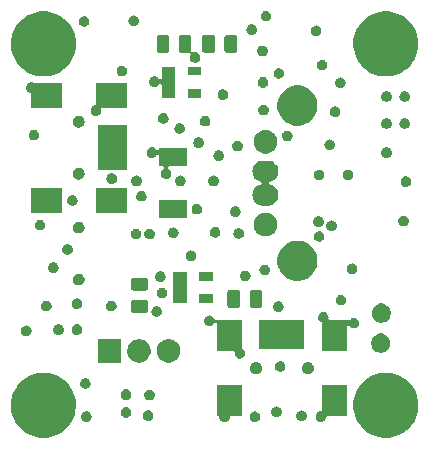
<source format=gbr>
G04 #@! TF.GenerationSoftware,KiCad,Pcbnew,(5.1.4)-1*
G04 #@! TF.CreationDate,2019-10-26T16:41:07-04:00*
G04 #@! TF.ProjectId,USB_HubSwitch,5553425f-4875-4625-9377-697463682e6b,rev?*
G04 #@! TF.SameCoordinates,Original*
G04 #@! TF.FileFunction,Soldermask,Top*
G04 #@! TF.FilePolarity,Negative*
%FSLAX46Y46*%
G04 Gerber Fmt 4.6, Leading zero omitted, Abs format (unit mm)*
G04 Created by KiCad (PCBNEW (5.1.4)-1) date 2019-10-26 16:41:07*
%MOMM*%
%LPD*%
G04 APERTURE LIST*
%ADD10C,0.100000*%
G04 APERTURE END LIST*
D10*
G36*
X132536693Y-109301859D02*
G01*
X132802437Y-109354719D01*
X133303087Y-109562095D01*
X133483561Y-109682684D01*
X133753660Y-109863158D01*
X134136842Y-110246340D01*
X134264567Y-110437495D01*
X134437905Y-110696913D01*
X134635695Y-111174421D01*
X134645281Y-111197564D01*
X134751000Y-111729049D01*
X134751000Y-112270951D01*
X134700202Y-112526331D01*
X134645281Y-112802437D01*
X134437905Y-113303087D01*
X134359118Y-113421000D01*
X134136842Y-113753660D01*
X133753660Y-114136842D01*
X133483561Y-114317316D01*
X133303087Y-114437905D01*
X132802437Y-114645281D01*
X132536694Y-114698140D01*
X132270951Y-114751000D01*
X131729049Y-114751000D01*
X131463306Y-114698140D01*
X131197563Y-114645281D01*
X130696913Y-114437905D01*
X130516439Y-114317316D01*
X130246340Y-114136842D01*
X129863158Y-113753660D01*
X129640882Y-113421000D01*
X129562095Y-113303087D01*
X129354719Y-112802437D01*
X129299798Y-112526331D01*
X129249000Y-112270951D01*
X129249000Y-111729049D01*
X129354719Y-111197564D01*
X129364305Y-111174421D01*
X129562095Y-110696913D01*
X129735433Y-110437495D01*
X129863158Y-110246340D01*
X130246340Y-109863158D01*
X130516439Y-109682684D01*
X130696913Y-109562095D01*
X131197563Y-109354719D01*
X131463307Y-109301859D01*
X131729049Y-109249000D01*
X132270951Y-109249000D01*
X132536693Y-109301859D01*
X132536693Y-109301859D01*
G37*
G36*
X103536693Y-109301859D02*
G01*
X103802437Y-109354719D01*
X104303087Y-109562095D01*
X104483561Y-109682684D01*
X104753660Y-109863158D01*
X105136842Y-110246340D01*
X105264567Y-110437495D01*
X105437905Y-110696913D01*
X105635695Y-111174421D01*
X105645281Y-111197564D01*
X105751000Y-111729049D01*
X105751000Y-112270951D01*
X105700202Y-112526331D01*
X105645281Y-112802437D01*
X105437905Y-113303087D01*
X105359118Y-113421000D01*
X105136842Y-113753660D01*
X104753660Y-114136842D01*
X104483561Y-114317316D01*
X104303087Y-114437905D01*
X103802437Y-114645281D01*
X103536694Y-114698140D01*
X103270951Y-114751000D01*
X102729049Y-114751000D01*
X102463306Y-114698140D01*
X102197563Y-114645281D01*
X101696913Y-114437905D01*
X101516439Y-114317316D01*
X101246340Y-114136842D01*
X100863158Y-113753660D01*
X100640882Y-113421000D01*
X100562095Y-113303087D01*
X100354719Y-112802437D01*
X100299798Y-112526331D01*
X100249000Y-112270951D01*
X100249000Y-111729049D01*
X100354719Y-111197564D01*
X100364305Y-111174421D01*
X100562095Y-110696913D01*
X100735433Y-110437495D01*
X100863158Y-110246340D01*
X101246340Y-109863158D01*
X101516439Y-109682684D01*
X101696913Y-109562095D01*
X102197563Y-109354719D01*
X102463307Y-109301859D01*
X102729049Y-109249000D01*
X103270951Y-109249000D01*
X103536693Y-109301859D01*
X103536693Y-109301859D01*
G37*
G36*
X121051552Y-112536331D02*
G01*
X121133627Y-112570328D01*
X121133629Y-112570329D01*
X121207496Y-112619686D01*
X121270314Y-112682504D01*
X121306309Y-112736373D01*
X121319672Y-112756373D01*
X121353669Y-112838448D01*
X121371000Y-112925579D01*
X121371000Y-113014421D01*
X121353669Y-113101552D01*
X121319672Y-113183627D01*
X121270315Y-113257495D01*
X121207495Y-113320315D01*
X121202475Y-113323669D01*
X121133629Y-113369671D01*
X121133628Y-113369672D01*
X121133627Y-113369672D01*
X121051552Y-113403669D01*
X120964421Y-113421000D01*
X120875579Y-113421000D01*
X120788448Y-113403669D01*
X120706373Y-113369672D01*
X120706372Y-113369672D01*
X120706371Y-113369671D01*
X120637525Y-113323669D01*
X120632505Y-113320315D01*
X120569685Y-113257495D01*
X120520328Y-113183627D01*
X120486331Y-113101552D01*
X120469000Y-113014421D01*
X120469000Y-112925579D01*
X120486331Y-112838448D01*
X120520328Y-112756373D01*
X120533692Y-112736373D01*
X120569686Y-112682504D01*
X120632504Y-112619686D01*
X120706371Y-112570329D01*
X120706373Y-112570328D01*
X120788448Y-112536331D01*
X120875579Y-112519000D01*
X120964421Y-112519000D01*
X121051552Y-112536331D01*
X121051552Y-112536331D01*
G37*
G36*
X106771552Y-112526331D02*
G01*
X106842164Y-112555580D01*
X106853629Y-112560329D01*
X106868593Y-112570328D01*
X106927495Y-112609685D01*
X106990315Y-112672505D01*
X107039672Y-112746373D01*
X107073669Y-112828448D01*
X107091000Y-112915579D01*
X107091000Y-113004421D01*
X107073669Y-113091552D01*
X107043814Y-113163627D01*
X107039671Y-113173629D01*
X107037087Y-113177496D01*
X106990315Y-113247495D01*
X106927495Y-113310315D01*
X106907511Y-113323668D01*
X106853629Y-113359671D01*
X106853628Y-113359672D01*
X106853627Y-113359672D01*
X106771552Y-113393669D01*
X106684421Y-113411000D01*
X106595579Y-113411000D01*
X106508448Y-113393669D01*
X106426373Y-113359672D01*
X106426372Y-113359672D01*
X106426371Y-113359671D01*
X106372489Y-113323668D01*
X106352505Y-113310315D01*
X106289685Y-113247495D01*
X106242913Y-113177496D01*
X106240329Y-113173629D01*
X106236186Y-113163627D01*
X106206331Y-113091552D01*
X106189000Y-113004421D01*
X106189000Y-112915579D01*
X106206331Y-112828448D01*
X106240328Y-112746373D01*
X106289685Y-112672505D01*
X106352505Y-112609685D01*
X106411407Y-112570328D01*
X106426371Y-112560329D01*
X106437836Y-112555580D01*
X106508448Y-112526331D01*
X106595579Y-112509000D01*
X106684421Y-112509000D01*
X106771552Y-112526331D01*
X106771552Y-112526331D01*
G37*
G36*
X128701000Y-112901000D02*
G01*
X127072166Y-112901000D01*
X127047780Y-112903402D01*
X127024331Y-112910515D01*
X127002720Y-112922066D01*
X126983778Y-112937611D01*
X126968233Y-112956553D01*
X126956682Y-112978164D01*
X126949569Y-113001614D01*
X126933669Y-113081551D01*
X126899672Y-113163627D01*
X126899671Y-113163629D01*
X126886307Y-113183629D01*
X126850315Y-113237495D01*
X126787495Y-113300315D01*
X126782475Y-113303669D01*
X126713629Y-113349671D01*
X126713628Y-113349672D01*
X126713627Y-113349672D01*
X126631552Y-113383669D01*
X126544421Y-113401000D01*
X126455579Y-113401000D01*
X126368448Y-113383669D01*
X126286373Y-113349672D01*
X126286372Y-113349672D01*
X126286371Y-113349671D01*
X126217525Y-113303669D01*
X126212505Y-113300315D01*
X126149685Y-113237495D01*
X126113693Y-113183629D01*
X126100329Y-113163629D01*
X126100328Y-113163627D01*
X126066331Y-113081552D01*
X126049000Y-112994421D01*
X126049000Y-112905579D01*
X126066331Y-112818448D01*
X126100328Y-112736373D01*
X126149685Y-112662505D01*
X126212505Y-112599685D01*
X126271407Y-112560328D01*
X126286371Y-112550329D01*
X126286373Y-112550328D01*
X126368448Y-112516331D01*
X126455579Y-112499000D01*
X126474001Y-112499000D01*
X126498387Y-112496598D01*
X126521836Y-112489485D01*
X126543447Y-112477934D01*
X126562389Y-112462389D01*
X126577934Y-112443447D01*
X126589485Y-112421836D01*
X126596598Y-112398387D01*
X126599000Y-112374001D01*
X126599000Y-110299000D01*
X128701000Y-110299000D01*
X128701000Y-112901000D01*
X128701000Y-112901000D01*
G37*
G36*
X119801000Y-112901000D02*
G01*
X118922166Y-112901000D01*
X118897780Y-112903402D01*
X118874331Y-112910515D01*
X118852720Y-112922066D01*
X118833778Y-112937611D01*
X118818233Y-112956553D01*
X118806682Y-112978164D01*
X118799569Y-113001614D01*
X118783669Y-113081551D01*
X118749672Y-113163627D01*
X118749671Y-113163629D01*
X118736307Y-113183629D01*
X118700315Y-113237495D01*
X118637495Y-113300315D01*
X118632475Y-113303669D01*
X118563629Y-113349671D01*
X118563628Y-113349672D01*
X118563627Y-113349672D01*
X118481552Y-113383669D01*
X118394421Y-113401000D01*
X118305579Y-113401000D01*
X118218448Y-113383669D01*
X118136373Y-113349672D01*
X118136372Y-113349672D01*
X118136371Y-113349671D01*
X118067525Y-113303669D01*
X118062505Y-113300315D01*
X117999685Y-113237495D01*
X117963693Y-113183629D01*
X117950329Y-113163629D01*
X117950328Y-113163627D01*
X117916331Y-113081551D01*
X117900431Y-113001614D01*
X117893318Y-112978165D01*
X117881767Y-112956554D01*
X117866222Y-112937612D01*
X117847281Y-112922067D01*
X117825670Y-112910515D01*
X117802221Y-112903402D01*
X117777834Y-112901000D01*
X117699000Y-112901000D01*
X117699000Y-110299000D01*
X119801000Y-110299000D01*
X119801000Y-112901000D01*
X119801000Y-112901000D01*
G37*
G36*
X124981552Y-112456331D02*
G01*
X125063627Y-112490328D01*
X125063629Y-112490329D01*
X125073011Y-112496598D01*
X125137495Y-112539685D01*
X125200315Y-112602505D01*
X125205113Y-112609686D01*
X125247088Y-112672505D01*
X125249672Y-112676373D01*
X125283669Y-112758448D01*
X125301000Y-112845579D01*
X125301000Y-112934421D01*
X125283669Y-113021552D01*
X125249672Y-113103627D01*
X125202900Y-113173627D01*
X125200314Y-113177496D01*
X125137496Y-113240314D01*
X125063629Y-113289671D01*
X125063628Y-113289672D01*
X125063627Y-113289672D01*
X124981552Y-113323669D01*
X124894421Y-113341000D01*
X124805579Y-113341000D01*
X124718448Y-113323669D01*
X124636373Y-113289672D01*
X124636372Y-113289672D01*
X124636371Y-113289671D01*
X124562504Y-113240314D01*
X124499686Y-113177496D01*
X124497101Y-113173627D01*
X124450328Y-113103627D01*
X124416331Y-113021552D01*
X124399000Y-112934421D01*
X124399000Y-112845579D01*
X124416331Y-112758448D01*
X124450328Y-112676373D01*
X124452913Y-112672505D01*
X124494887Y-112609686D01*
X124499685Y-112602505D01*
X124562505Y-112539685D01*
X124626989Y-112496598D01*
X124636371Y-112490329D01*
X124636373Y-112490328D01*
X124718448Y-112456331D01*
X124805579Y-112439000D01*
X124894421Y-112439000D01*
X124981552Y-112456331D01*
X124981552Y-112456331D01*
G37*
G36*
X112001552Y-112436331D02*
G01*
X112079088Y-112468448D01*
X112083629Y-112470329D01*
X112113559Y-112490328D01*
X112157495Y-112519685D01*
X112220315Y-112582505D01*
X112269672Y-112656373D01*
X112303669Y-112738448D01*
X112321000Y-112825579D01*
X112321000Y-112914421D01*
X112303669Y-113001552D01*
X112269672Y-113083627D01*
X112269671Y-113083629D01*
X112220314Y-113157496D01*
X112157496Y-113220314D01*
X112083629Y-113269671D01*
X112083628Y-113269672D01*
X112083627Y-113269672D01*
X112001552Y-113303669D01*
X111914421Y-113321000D01*
X111825579Y-113321000D01*
X111738448Y-113303669D01*
X111656373Y-113269672D01*
X111656372Y-113269672D01*
X111656371Y-113269671D01*
X111582504Y-113220314D01*
X111519686Y-113157496D01*
X111470329Y-113083629D01*
X111470328Y-113083627D01*
X111436331Y-113001552D01*
X111419000Y-112914421D01*
X111419000Y-112825579D01*
X111436331Y-112738448D01*
X111470328Y-112656373D01*
X111519685Y-112582505D01*
X111582505Y-112519685D01*
X111626441Y-112490328D01*
X111656371Y-112470329D01*
X111660912Y-112468448D01*
X111738448Y-112436331D01*
X111825579Y-112419000D01*
X111914421Y-112419000D01*
X112001552Y-112436331D01*
X112001552Y-112436331D01*
G37*
G36*
X110131552Y-112166331D02*
G01*
X110212077Y-112199686D01*
X110213629Y-112200329D01*
X110287496Y-112249686D01*
X110350314Y-112312504D01*
X110391406Y-112374001D01*
X110399672Y-112386373D01*
X110433669Y-112468448D01*
X110451000Y-112555579D01*
X110451000Y-112644421D01*
X110433669Y-112731552D01*
X110399672Y-112813627D01*
X110350315Y-112887495D01*
X110287495Y-112950315D01*
X110250813Y-112974825D01*
X110213629Y-112999671D01*
X110213628Y-112999672D01*
X110213627Y-112999672D01*
X110131552Y-113033669D01*
X110044421Y-113051000D01*
X109955579Y-113051000D01*
X109868448Y-113033669D01*
X109786373Y-112999672D01*
X109786372Y-112999672D01*
X109786371Y-112999671D01*
X109749187Y-112974825D01*
X109712505Y-112950315D01*
X109649685Y-112887495D01*
X109600328Y-112813627D01*
X109566331Y-112731552D01*
X109549000Y-112644421D01*
X109549000Y-112555579D01*
X109566331Y-112468448D01*
X109600328Y-112386373D01*
X109608595Y-112374001D01*
X109649686Y-112312504D01*
X109712504Y-112249686D01*
X109786371Y-112200329D01*
X109787923Y-112199686D01*
X109868448Y-112166331D01*
X109955579Y-112149000D01*
X110044421Y-112149000D01*
X110131552Y-112166331D01*
X110131552Y-112166331D01*
G37*
G36*
X122881552Y-112116331D02*
G01*
X122963627Y-112150328D01*
X122963629Y-112150329D01*
X122987577Y-112166331D01*
X123037495Y-112199685D01*
X123100315Y-112262505D01*
X123149672Y-112336373D01*
X123183669Y-112418448D01*
X123201000Y-112505579D01*
X123201000Y-112594421D01*
X123183669Y-112681552D01*
X123149672Y-112763627D01*
X123100315Y-112837495D01*
X123037495Y-112900315D01*
X123016385Y-112914420D01*
X122963629Y-112949671D01*
X122963628Y-112949672D01*
X122963627Y-112949672D01*
X122881552Y-112983669D01*
X122794421Y-113001000D01*
X122705579Y-113001000D01*
X122618448Y-112983669D01*
X122536373Y-112949672D01*
X122536372Y-112949672D01*
X122536371Y-112949671D01*
X122483615Y-112914420D01*
X122462505Y-112900315D01*
X122399685Y-112837495D01*
X122350328Y-112763627D01*
X122316331Y-112681552D01*
X122299000Y-112594421D01*
X122299000Y-112505579D01*
X122316331Y-112418448D01*
X122350328Y-112336373D01*
X122399685Y-112262505D01*
X122462505Y-112199685D01*
X122512423Y-112166331D01*
X122536371Y-112150329D01*
X122536373Y-112150328D01*
X122618448Y-112116331D01*
X122705579Y-112099000D01*
X122794421Y-112099000D01*
X122881552Y-112116331D01*
X122881552Y-112116331D01*
G37*
G36*
X112121552Y-110696331D02*
G01*
X112203627Y-110730328D01*
X112203629Y-110730329D01*
X112232597Y-110749685D01*
X112277495Y-110779685D01*
X112340315Y-110842505D01*
X112389672Y-110916373D01*
X112423669Y-110998448D01*
X112441000Y-111085579D01*
X112441000Y-111174421D01*
X112423669Y-111261552D01*
X112389672Y-111343627D01*
X112389671Y-111343629D01*
X112340314Y-111417496D01*
X112277496Y-111480314D01*
X112203629Y-111529671D01*
X112203628Y-111529672D01*
X112203627Y-111529672D01*
X112121552Y-111563669D01*
X112034421Y-111581000D01*
X111945579Y-111581000D01*
X111858448Y-111563669D01*
X111776373Y-111529672D01*
X111776372Y-111529672D01*
X111776371Y-111529671D01*
X111702504Y-111480314D01*
X111639686Y-111417496D01*
X111590329Y-111343629D01*
X111590328Y-111343627D01*
X111556331Y-111261552D01*
X111539000Y-111174421D01*
X111539000Y-111085579D01*
X111556331Y-110998448D01*
X111590328Y-110916373D01*
X111639685Y-110842505D01*
X111702505Y-110779685D01*
X111747403Y-110749685D01*
X111776371Y-110730329D01*
X111776373Y-110730328D01*
X111858448Y-110696331D01*
X111945579Y-110679000D01*
X112034421Y-110679000D01*
X112121552Y-110696331D01*
X112121552Y-110696331D01*
G37*
G36*
X110131552Y-110666331D02*
G01*
X110213627Y-110700328D01*
X110213629Y-110700329D01*
X110250813Y-110725175D01*
X110287495Y-110749685D01*
X110350315Y-110812505D01*
X110399672Y-110886373D01*
X110433669Y-110968448D01*
X110451000Y-111055579D01*
X110451000Y-111144421D01*
X110433669Y-111231552D01*
X110421242Y-111261552D01*
X110399671Y-111313629D01*
X110350314Y-111387496D01*
X110287496Y-111450314D01*
X110213629Y-111499671D01*
X110213628Y-111499672D01*
X110213627Y-111499672D01*
X110131552Y-111533669D01*
X110044421Y-111551000D01*
X109955579Y-111551000D01*
X109868448Y-111533669D01*
X109786373Y-111499672D01*
X109786372Y-111499672D01*
X109786371Y-111499671D01*
X109712504Y-111450314D01*
X109649686Y-111387496D01*
X109600329Y-111313629D01*
X109578758Y-111261552D01*
X109566331Y-111231552D01*
X109549000Y-111144421D01*
X109549000Y-111055579D01*
X109566331Y-110968448D01*
X109600328Y-110886373D01*
X109649685Y-110812505D01*
X109712505Y-110749685D01*
X109749187Y-110725175D01*
X109786371Y-110700329D01*
X109786373Y-110700328D01*
X109868448Y-110666331D01*
X109955579Y-110649000D01*
X110044421Y-110649000D01*
X110131552Y-110666331D01*
X110131552Y-110666331D01*
G37*
G36*
X106681552Y-109716331D02*
G01*
X106763627Y-109750328D01*
X106763629Y-109750329D01*
X106800813Y-109775175D01*
X106837495Y-109799685D01*
X106900315Y-109862505D01*
X106949672Y-109936373D01*
X106983669Y-110018448D01*
X107001000Y-110105579D01*
X107001000Y-110194421D01*
X106983669Y-110281552D01*
X106949672Y-110363627D01*
X106949671Y-110363629D01*
X106900314Y-110437496D01*
X106837496Y-110500314D01*
X106763629Y-110549671D01*
X106763628Y-110549672D01*
X106763627Y-110549672D01*
X106681552Y-110583669D01*
X106594421Y-110601000D01*
X106505579Y-110601000D01*
X106418448Y-110583669D01*
X106336373Y-110549672D01*
X106336372Y-110549672D01*
X106336371Y-110549671D01*
X106262504Y-110500314D01*
X106199686Y-110437496D01*
X106150329Y-110363629D01*
X106150328Y-110363627D01*
X106116331Y-110281552D01*
X106099000Y-110194421D01*
X106099000Y-110105579D01*
X106116331Y-110018448D01*
X106150328Y-109936373D01*
X106199685Y-109862505D01*
X106262505Y-109799685D01*
X106299187Y-109775175D01*
X106336371Y-109750329D01*
X106336373Y-109750328D01*
X106418448Y-109716331D01*
X106505579Y-109699000D01*
X106594421Y-109699000D01*
X106681552Y-109716331D01*
X106681552Y-109716331D01*
G37*
G36*
X121097740Y-108358626D02*
G01*
X121146136Y-108368253D01*
X121183902Y-108383896D01*
X121237311Y-108406019D01*
X121247018Y-108412505D01*
X121319369Y-108460848D01*
X121389152Y-108530631D01*
X121389153Y-108530633D01*
X121443981Y-108612689D01*
X121461746Y-108655579D01*
X121481747Y-108703864D01*
X121501000Y-108800656D01*
X121501000Y-108899344D01*
X121483466Y-108987496D01*
X121481747Y-108996135D01*
X121443981Y-109087311D01*
X121416752Y-109128062D01*
X121389152Y-109169369D01*
X121319369Y-109239152D01*
X121304630Y-109249000D01*
X121237311Y-109293981D01*
X121183902Y-109316104D01*
X121146136Y-109331747D01*
X121097740Y-109341373D01*
X121049345Y-109351000D01*
X120950655Y-109351000D01*
X120902260Y-109341373D01*
X120853864Y-109331747D01*
X120816098Y-109316104D01*
X120762689Y-109293981D01*
X120695370Y-109249000D01*
X120680631Y-109239152D01*
X120610848Y-109169369D01*
X120583248Y-109128062D01*
X120556019Y-109087311D01*
X120518253Y-108996135D01*
X120516535Y-108987496D01*
X120499000Y-108899344D01*
X120499000Y-108800656D01*
X120518253Y-108703864D01*
X120538254Y-108655579D01*
X120556019Y-108612689D01*
X120610847Y-108530633D01*
X120610848Y-108530631D01*
X120680631Y-108460848D01*
X120752982Y-108412505D01*
X120762689Y-108406019D01*
X120816098Y-108383896D01*
X120853864Y-108368253D01*
X120902260Y-108358626D01*
X120950655Y-108349000D01*
X121049345Y-108349000D01*
X121097740Y-108358626D01*
X121097740Y-108358626D01*
G37*
G36*
X125497740Y-108358626D02*
G01*
X125546136Y-108368253D01*
X125583902Y-108383896D01*
X125637311Y-108406019D01*
X125647018Y-108412505D01*
X125719369Y-108460848D01*
X125789152Y-108530631D01*
X125789153Y-108530633D01*
X125843981Y-108612689D01*
X125861746Y-108655579D01*
X125881747Y-108703864D01*
X125901000Y-108800656D01*
X125901000Y-108899344D01*
X125883466Y-108987496D01*
X125881747Y-108996135D01*
X125843981Y-109087311D01*
X125816752Y-109128062D01*
X125789152Y-109169369D01*
X125719369Y-109239152D01*
X125704630Y-109249000D01*
X125637311Y-109293981D01*
X125583902Y-109316104D01*
X125546136Y-109331747D01*
X125497740Y-109341373D01*
X125449345Y-109351000D01*
X125350655Y-109351000D01*
X125302260Y-109341373D01*
X125253864Y-109331747D01*
X125216098Y-109316104D01*
X125162689Y-109293981D01*
X125095370Y-109249000D01*
X125080631Y-109239152D01*
X125010848Y-109169369D01*
X124983248Y-109128062D01*
X124956019Y-109087311D01*
X124918253Y-108996135D01*
X124916535Y-108987496D01*
X124899000Y-108899344D01*
X124899000Y-108800656D01*
X124918253Y-108703864D01*
X124938254Y-108655579D01*
X124956019Y-108612689D01*
X125010847Y-108530633D01*
X125010848Y-108530631D01*
X125080631Y-108460848D01*
X125152982Y-108412505D01*
X125162689Y-108406019D01*
X125216098Y-108383896D01*
X125253864Y-108368253D01*
X125302260Y-108358626D01*
X125350655Y-108349000D01*
X125449345Y-108349000D01*
X125497740Y-108358626D01*
X125497740Y-108358626D01*
G37*
G36*
X123181552Y-108266331D02*
G01*
X123263627Y-108300328D01*
X123263629Y-108300329D01*
X123300813Y-108325175D01*
X123337495Y-108349685D01*
X123400315Y-108412505D01*
X123449672Y-108486373D01*
X123483669Y-108568448D01*
X123501000Y-108655579D01*
X123501000Y-108744421D01*
X123483669Y-108831552D01*
X123455588Y-108899344D01*
X123449671Y-108913629D01*
X123400314Y-108987496D01*
X123337496Y-109050314D01*
X123263629Y-109099671D01*
X123263628Y-109099672D01*
X123263627Y-109099672D01*
X123181552Y-109133669D01*
X123094421Y-109151000D01*
X123005579Y-109151000D01*
X122918448Y-109133669D01*
X122836373Y-109099672D01*
X122836372Y-109099672D01*
X122836371Y-109099671D01*
X122762504Y-109050314D01*
X122699686Y-108987496D01*
X122650329Y-108913629D01*
X122644412Y-108899344D01*
X122616331Y-108831552D01*
X122599000Y-108744421D01*
X122599000Y-108655579D01*
X122616331Y-108568448D01*
X122650328Y-108486373D01*
X122699685Y-108412505D01*
X122762505Y-108349685D01*
X122799187Y-108325175D01*
X122836371Y-108300329D01*
X122836373Y-108300328D01*
X122918448Y-108266331D01*
X123005579Y-108249000D01*
X123094421Y-108249000D01*
X123181552Y-108266331D01*
X123181552Y-108266331D01*
G37*
G36*
X111295285Y-106418234D02*
G01*
X111391981Y-106437468D01*
X111574151Y-106512926D01*
X111738100Y-106622473D01*
X111877527Y-106761900D01*
X111987074Y-106925849D01*
X112062532Y-107108019D01*
X112070684Y-107149000D01*
X112101000Y-107301409D01*
X112101000Y-107498591D01*
X112090177Y-107553000D01*
X112062532Y-107691981D01*
X111987074Y-107874151D01*
X111877527Y-108038100D01*
X111738100Y-108177527D01*
X111574151Y-108287074D01*
X111391981Y-108362532D01*
X111295285Y-108381766D01*
X111198591Y-108401000D01*
X111001409Y-108401000D01*
X110904715Y-108381766D01*
X110808019Y-108362532D01*
X110625849Y-108287074D01*
X110461900Y-108177527D01*
X110322473Y-108038100D01*
X110212926Y-107874151D01*
X110137468Y-107691981D01*
X110109823Y-107553000D01*
X110099000Y-107498591D01*
X110099000Y-107301409D01*
X110129316Y-107149000D01*
X110137468Y-107108019D01*
X110212926Y-106925849D01*
X110322473Y-106761900D01*
X110461900Y-106622473D01*
X110625849Y-106512926D01*
X110808019Y-106437468D01*
X110904715Y-106418234D01*
X111001409Y-106399000D01*
X111198591Y-106399000D01*
X111295285Y-106418234D01*
X111295285Y-106418234D01*
G37*
G36*
X109601000Y-108401000D02*
G01*
X107599000Y-108401000D01*
X107599000Y-106399000D01*
X109601000Y-106399000D01*
X109601000Y-108401000D01*
X109601000Y-108401000D01*
G37*
G36*
X113795285Y-106418234D02*
G01*
X113891981Y-106437468D01*
X114074151Y-106512926D01*
X114238100Y-106622473D01*
X114377527Y-106761900D01*
X114487074Y-106925849D01*
X114562532Y-107108019D01*
X114570684Y-107149000D01*
X114601000Y-107301409D01*
X114601000Y-107498591D01*
X114590177Y-107553000D01*
X114562532Y-107691981D01*
X114487074Y-107874151D01*
X114377527Y-108038100D01*
X114238100Y-108177527D01*
X114074151Y-108287074D01*
X113891981Y-108362532D01*
X113795285Y-108381766D01*
X113698591Y-108401000D01*
X113501409Y-108401000D01*
X113404715Y-108381766D01*
X113308019Y-108362532D01*
X113125849Y-108287074D01*
X112961900Y-108177527D01*
X112822473Y-108038100D01*
X112712926Y-107874151D01*
X112637468Y-107691981D01*
X112609823Y-107553000D01*
X112599000Y-107498591D01*
X112599000Y-107301409D01*
X112629316Y-107149000D01*
X112637468Y-107108019D01*
X112712926Y-106925849D01*
X112822473Y-106761900D01*
X112961900Y-106622473D01*
X113125849Y-106512926D01*
X113308019Y-106437468D01*
X113404715Y-106418234D01*
X113501409Y-106399000D01*
X113698591Y-106399000D01*
X113795285Y-106418234D01*
X113795285Y-106418234D01*
G37*
G36*
X117181552Y-104416331D02*
G01*
X117262043Y-104449672D01*
X117263629Y-104450329D01*
X117337496Y-104499686D01*
X117400314Y-104562504D01*
X117436281Y-104616331D01*
X117449672Y-104636373D01*
X117485072Y-104721836D01*
X117496623Y-104743447D01*
X117512168Y-104762389D01*
X117531110Y-104777934D01*
X117552721Y-104789485D01*
X117576170Y-104796598D01*
X117600556Y-104799000D01*
X119801000Y-104799000D01*
X119801000Y-107091668D01*
X119803402Y-107116054D01*
X119810515Y-107139503D01*
X119822066Y-107161114D01*
X119837611Y-107180056D01*
X119856553Y-107195601D01*
X119937495Y-107249685D01*
X120000315Y-107312505D01*
X120049672Y-107386373D01*
X120083669Y-107468448D01*
X120101000Y-107555579D01*
X120101000Y-107644421D01*
X120083669Y-107731552D01*
X120049672Y-107813627D01*
X120009233Y-107874149D01*
X120000314Y-107887496D01*
X119937496Y-107950314D01*
X119863629Y-107999671D01*
X119863628Y-107999672D01*
X119863627Y-107999672D01*
X119781552Y-108033669D01*
X119694421Y-108051000D01*
X119605579Y-108051000D01*
X119518448Y-108033669D01*
X119436373Y-107999672D01*
X119436372Y-107999672D01*
X119436371Y-107999671D01*
X119362504Y-107950314D01*
X119299686Y-107887496D01*
X119290768Y-107874149D01*
X119250328Y-107813627D01*
X119216331Y-107731552D01*
X119199000Y-107644421D01*
X119199000Y-107555578D01*
X119200033Y-107550384D01*
X119202435Y-107525997D01*
X119200033Y-107501611D01*
X119192919Y-107478163D01*
X119181368Y-107456552D01*
X119165823Y-107437610D01*
X119146880Y-107422065D01*
X119125270Y-107410514D01*
X119101821Y-107403402D01*
X119077436Y-107401000D01*
X117699000Y-107401000D01*
X117699000Y-105090109D01*
X117696598Y-105065723D01*
X117689485Y-105042274D01*
X117677934Y-105020663D01*
X117662389Y-105001721D01*
X117643447Y-104986176D01*
X117621836Y-104974625D01*
X117598387Y-104967512D01*
X117574001Y-104965110D01*
X117549615Y-104967512D01*
X117526166Y-104974625D01*
X117504555Y-104986176D01*
X117485613Y-105001721D01*
X117470068Y-105020663D01*
X117458517Y-105042273D01*
X117449671Y-105063629D01*
X117400315Y-105137495D01*
X117337495Y-105200315D01*
X117337474Y-105200329D01*
X117263629Y-105249671D01*
X117263628Y-105249672D01*
X117263627Y-105249672D01*
X117181552Y-105283669D01*
X117094421Y-105301000D01*
X117005579Y-105301000D01*
X116918448Y-105283669D01*
X116836373Y-105249672D01*
X116836372Y-105249672D01*
X116836371Y-105249671D01*
X116762526Y-105200329D01*
X116762505Y-105200315D01*
X116699685Y-105137495D01*
X116668023Y-105090109D01*
X116650329Y-105063629D01*
X116646945Y-105055459D01*
X116616331Y-104981552D01*
X116599000Y-104894421D01*
X116599000Y-104805579D01*
X116616331Y-104718448D01*
X116650328Y-104636373D01*
X116663720Y-104616331D01*
X116699686Y-104562504D01*
X116762504Y-104499686D01*
X116836371Y-104450329D01*
X116837957Y-104449672D01*
X116918448Y-104416331D01*
X117005579Y-104399000D01*
X117094421Y-104399000D01*
X117181552Y-104416331D01*
X117181552Y-104416331D01*
G37*
G36*
X131817142Y-105958242D02*
G01*
X131965101Y-106019529D01*
X132098255Y-106108499D01*
X132211501Y-106221745D01*
X132300471Y-106354899D01*
X132361758Y-106502858D01*
X132393000Y-106659925D01*
X132393000Y-106820075D01*
X132361758Y-106977142D01*
X132300471Y-107125101D01*
X132211501Y-107258255D01*
X132098255Y-107371501D01*
X131965101Y-107460471D01*
X131817142Y-107521758D01*
X131660075Y-107553000D01*
X131499925Y-107553000D01*
X131342858Y-107521758D01*
X131194899Y-107460471D01*
X131061745Y-107371501D01*
X130948499Y-107258255D01*
X130859529Y-107125101D01*
X130798242Y-106977142D01*
X130767000Y-106820075D01*
X130767000Y-106659925D01*
X130798242Y-106502858D01*
X130859529Y-106354899D01*
X130948499Y-106221745D01*
X131061745Y-106108499D01*
X131194899Y-106019529D01*
X131342858Y-105958242D01*
X131499925Y-105927000D01*
X131660075Y-105927000D01*
X131817142Y-105958242D01*
X131817142Y-105958242D01*
G37*
G36*
X126831552Y-104116331D02*
G01*
X126913627Y-104150328D01*
X126913629Y-104150329D01*
X126950813Y-104175175D01*
X126987495Y-104199685D01*
X127050315Y-104262505D01*
X127099672Y-104336373D01*
X127133669Y-104418448D01*
X127151000Y-104505579D01*
X127151000Y-104594421D01*
X127140021Y-104649615D01*
X127137619Y-104674001D01*
X127140021Y-104698387D01*
X127147134Y-104721836D01*
X127158685Y-104743446D01*
X127174230Y-104762388D01*
X127193172Y-104777934D01*
X127214783Y-104789485D01*
X127238232Y-104796598D01*
X127262618Y-104799000D01*
X128727756Y-104799000D01*
X128737611Y-104811009D01*
X128756553Y-104826554D01*
X128778164Y-104838105D01*
X128801613Y-104845218D01*
X128825999Y-104847620D01*
X128850385Y-104845218D01*
X128873834Y-104838105D01*
X128895445Y-104826554D01*
X128914387Y-104811009D01*
X128929932Y-104792067D01*
X128949684Y-104762506D01*
X129012505Y-104699685D01*
X129050944Y-104674001D01*
X129086371Y-104650329D01*
X129086373Y-104650328D01*
X129168448Y-104616331D01*
X129255579Y-104599000D01*
X129344421Y-104599000D01*
X129431552Y-104616331D01*
X129513627Y-104650328D01*
X129513629Y-104650329D01*
X129549056Y-104674001D01*
X129587495Y-104699685D01*
X129650315Y-104762505D01*
X129651066Y-104763629D01*
X129696416Y-104831499D01*
X129699672Y-104836373D01*
X129733669Y-104918448D01*
X129751000Y-105005579D01*
X129751000Y-105094421D01*
X129733669Y-105181552D01*
X129703336Y-105254782D01*
X129699671Y-105263629D01*
X129682724Y-105288991D01*
X129650316Y-105337494D01*
X129587496Y-105400314D01*
X129513629Y-105449671D01*
X129513628Y-105449672D01*
X129513627Y-105449672D01*
X129431552Y-105483669D01*
X129344421Y-105501000D01*
X129255579Y-105501000D01*
X129168448Y-105483669D01*
X129086373Y-105449672D01*
X129086372Y-105449672D01*
X129086371Y-105449671D01*
X129012504Y-105400314D01*
X128949684Y-105337494D01*
X128929932Y-105307933D01*
X128914386Y-105288991D01*
X128895444Y-105273446D01*
X128873834Y-105261895D01*
X128850385Y-105254782D01*
X128825999Y-105252380D01*
X128801613Y-105254782D01*
X128778164Y-105261895D01*
X128756553Y-105273446D01*
X128737611Y-105288992D01*
X128722066Y-105307934D01*
X128710515Y-105329544D01*
X128703402Y-105352993D01*
X128701000Y-105377379D01*
X128701000Y-107401000D01*
X126599000Y-107401000D01*
X126599000Y-105079845D01*
X126596598Y-105055459D01*
X126589485Y-105032010D01*
X126577934Y-105010399D01*
X126562389Y-104991457D01*
X126543447Y-104975912D01*
X126521835Y-104964361D01*
X126486374Y-104949673D01*
X126412505Y-104900315D01*
X126349685Y-104837495D01*
X126323963Y-104799000D01*
X126300329Y-104763629D01*
X126291969Y-104743446D01*
X126266331Y-104681552D01*
X126249000Y-104594421D01*
X126249000Y-104505579D01*
X126266331Y-104418448D01*
X126300328Y-104336373D01*
X126349685Y-104262505D01*
X126412505Y-104199685D01*
X126449187Y-104175175D01*
X126486371Y-104150329D01*
X126486373Y-104150328D01*
X126568448Y-104116331D01*
X126655579Y-104099000D01*
X126744421Y-104099000D01*
X126831552Y-104116331D01*
X126831552Y-104116331D01*
G37*
G36*
X125101000Y-107201000D02*
G01*
X121299000Y-107201000D01*
X121299000Y-104799000D01*
X125101000Y-104799000D01*
X125101000Y-107201000D01*
X125101000Y-107201000D01*
G37*
G36*
X101681552Y-105266331D02*
G01*
X101763627Y-105300328D01*
X101763629Y-105300329D01*
X101837496Y-105349686D01*
X101900314Y-105412504D01*
X101947866Y-105483669D01*
X101949672Y-105486373D01*
X101983669Y-105568448D01*
X102001000Y-105655579D01*
X102001000Y-105744421D01*
X101983669Y-105831552D01*
X101960496Y-105887495D01*
X101949671Y-105913629D01*
X101925159Y-105950314D01*
X101900315Y-105987495D01*
X101837495Y-106050315D01*
X101829615Y-106055580D01*
X101763629Y-106099671D01*
X101763628Y-106099672D01*
X101763627Y-106099672D01*
X101681552Y-106133669D01*
X101594421Y-106151000D01*
X101505579Y-106151000D01*
X101418448Y-106133669D01*
X101336373Y-106099672D01*
X101336372Y-106099672D01*
X101336371Y-106099671D01*
X101270385Y-106055580D01*
X101262505Y-106050315D01*
X101199685Y-105987495D01*
X101174841Y-105950314D01*
X101150329Y-105913629D01*
X101139504Y-105887495D01*
X101116331Y-105831552D01*
X101099000Y-105744421D01*
X101099000Y-105655579D01*
X101116331Y-105568448D01*
X101150328Y-105486373D01*
X101152135Y-105483669D01*
X101199686Y-105412504D01*
X101262504Y-105349686D01*
X101336371Y-105300329D01*
X101336373Y-105300328D01*
X101418448Y-105266331D01*
X101505579Y-105249000D01*
X101594421Y-105249000D01*
X101681552Y-105266331D01*
X101681552Y-105266331D01*
G37*
G36*
X105981552Y-105166331D02*
G01*
X106063627Y-105200328D01*
X106063629Y-105200329D01*
X106100813Y-105225175D01*
X106137476Y-105249672D01*
X106137496Y-105249686D01*
X106200314Y-105312504D01*
X106243663Y-105377379D01*
X106249672Y-105386373D01*
X106283669Y-105468448D01*
X106301000Y-105555579D01*
X106301000Y-105644421D01*
X106283669Y-105731552D01*
X106250137Y-105812504D01*
X106249671Y-105813629D01*
X106200314Y-105887496D01*
X106137496Y-105950314D01*
X106063629Y-105999671D01*
X106063628Y-105999672D01*
X106063627Y-105999672D01*
X105981552Y-106033669D01*
X105894421Y-106051000D01*
X105805579Y-106051000D01*
X105718448Y-106033669D01*
X105636373Y-105999672D01*
X105636372Y-105999672D01*
X105636371Y-105999671D01*
X105562504Y-105950314D01*
X105499686Y-105887496D01*
X105450329Y-105813629D01*
X105449863Y-105812504D01*
X105416331Y-105731552D01*
X105399000Y-105644421D01*
X105399000Y-105555579D01*
X105416331Y-105468448D01*
X105450328Y-105386373D01*
X105456338Y-105377379D01*
X105499686Y-105312504D01*
X105562504Y-105249686D01*
X105562525Y-105249672D01*
X105599187Y-105225175D01*
X105636371Y-105200329D01*
X105636373Y-105200328D01*
X105718448Y-105166331D01*
X105805579Y-105149000D01*
X105894421Y-105149000D01*
X105981552Y-105166331D01*
X105981552Y-105166331D01*
G37*
G36*
X104421552Y-105166331D02*
G01*
X104503627Y-105200328D01*
X104503629Y-105200329D01*
X104540813Y-105225175D01*
X104577476Y-105249672D01*
X104577496Y-105249686D01*
X104640314Y-105312504D01*
X104683663Y-105377379D01*
X104689672Y-105386373D01*
X104723669Y-105468448D01*
X104741000Y-105555579D01*
X104741000Y-105644421D01*
X104723669Y-105731552D01*
X104690137Y-105812504D01*
X104689671Y-105813629D01*
X104640314Y-105887496D01*
X104577496Y-105950314D01*
X104503629Y-105999671D01*
X104503628Y-105999672D01*
X104503627Y-105999672D01*
X104421552Y-106033669D01*
X104334421Y-106051000D01*
X104245579Y-106051000D01*
X104158448Y-106033669D01*
X104076373Y-105999672D01*
X104076372Y-105999672D01*
X104076371Y-105999671D01*
X104002504Y-105950314D01*
X103939686Y-105887496D01*
X103890329Y-105813629D01*
X103889863Y-105812504D01*
X103856331Y-105731552D01*
X103839000Y-105644421D01*
X103839000Y-105555579D01*
X103856331Y-105468448D01*
X103890328Y-105386373D01*
X103896338Y-105377379D01*
X103939686Y-105312504D01*
X104002504Y-105249686D01*
X104002525Y-105249672D01*
X104039187Y-105225175D01*
X104076371Y-105200329D01*
X104076373Y-105200328D01*
X104158448Y-105166331D01*
X104245579Y-105149000D01*
X104334421Y-105149000D01*
X104421552Y-105166331D01*
X104421552Y-105166331D01*
G37*
G36*
X131837142Y-103418242D02*
G01*
X131985101Y-103479529D01*
X132118255Y-103568499D01*
X132231501Y-103681745D01*
X132320471Y-103814899D01*
X132381758Y-103962858D01*
X132413000Y-104119925D01*
X132413000Y-104280075D01*
X132381758Y-104437142D01*
X132320471Y-104585101D01*
X132231501Y-104718255D01*
X132118255Y-104831501D01*
X131985101Y-104920471D01*
X131837142Y-104981758D01*
X131680075Y-105013000D01*
X131519925Y-105013000D01*
X131362858Y-104981758D01*
X131214899Y-104920471D01*
X131081745Y-104831501D01*
X130968499Y-104718255D01*
X130879529Y-104585101D01*
X130818242Y-104437142D01*
X130787000Y-104280075D01*
X130787000Y-104119925D01*
X130818242Y-103962858D01*
X130879529Y-103814899D01*
X130968499Y-103681745D01*
X131081745Y-103568499D01*
X131214899Y-103479529D01*
X131362858Y-103418242D01*
X131519925Y-103387000D01*
X131680075Y-103387000D01*
X131837142Y-103418242D01*
X131837142Y-103418242D01*
G37*
G36*
X112731552Y-103616331D02*
G01*
X112799366Y-103644421D01*
X112813629Y-103650329D01*
X112850813Y-103675175D01*
X112879617Y-103694421D01*
X112887496Y-103699686D01*
X112950314Y-103762504D01*
X112997866Y-103833669D01*
X112999672Y-103836373D01*
X113033669Y-103918448D01*
X113051000Y-104005579D01*
X113051000Y-104094421D01*
X113033669Y-104181552D01*
X113000137Y-104262504D01*
X112999671Y-104263629D01*
X112988682Y-104280075D01*
X112951065Y-104336373D01*
X112950314Y-104337496D01*
X112887496Y-104400314D01*
X112813629Y-104449671D01*
X112813628Y-104449672D01*
X112813627Y-104449672D01*
X112731552Y-104483669D01*
X112644421Y-104501000D01*
X112555579Y-104501000D01*
X112468448Y-104483669D01*
X112386373Y-104449672D01*
X112386372Y-104449672D01*
X112386371Y-104449671D01*
X112312504Y-104400314D01*
X112249686Y-104337496D01*
X112248936Y-104336373D01*
X112211318Y-104280075D01*
X112200329Y-104263629D01*
X112199863Y-104262504D01*
X112166331Y-104181552D01*
X112149000Y-104094421D01*
X112149000Y-104005579D01*
X112166331Y-103918448D01*
X112200328Y-103836373D01*
X112202135Y-103833669D01*
X112249686Y-103762504D01*
X112312504Y-103699686D01*
X112320384Y-103694421D01*
X112349187Y-103675175D01*
X112386371Y-103650329D01*
X112400634Y-103644421D01*
X112468448Y-103616331D01*
X112555579Y-103599000D01*
X112644421Y-103599000D01*
X112731552Y-103616331D01*
X112731552Y-103616331D01*
G37*
G36*
X111734468Y-103091065D02*
G01*
X111773138Y-103102796D01*
X111808777Y-103121846D01*
X111840017Y-103147483D01*
X111865654Y-103178723D01*
X111884704Y-103214362D01*
X111896435Y-103253032D01*
X111901000Y-103299388D01*
X111901000Y-103950612D01*
X111896435Y-103996968D01*
X111884704Y-104035638D01*
X111865654Y-104071277D01*
X111840017Y-104102517D01*
X111808777Y-104128154D01*
X111773138Y-104147204D01*
X111734468Y-104158935D01*
X111688112Y-104163500D01*
X110611888Y-104163500D01*
X110565532Y-104158935D01*
X110526862Y-104147204D01*
X110491223Y-104128154D01*
X110459983Y-104102517D01*
X110434346Y-104071277D01*
X110415296Y-104035638D01*
X110403565Y-103996968D01*
X110399000Y-103950612D01*
X110399000Y-103299388D01*
X110403565Y-103253032D01*
X110415296Y-103214362D01*
X110434346Y-103178723D01*
X110459983Y-103147483D01*
X110491223Y-103121846D01*
X110526862Y-103102796D01*
X110565532Y-103091065D01*
X110611888Y-103086500D01*
X111688112Y-103086500D01*
X111734468Y-103091065D01*
X111734468Y-103091065D01*
G37*
G36*
X123031552Y-103216331D02*
G01*
X123112077Y-103249686D01*
X123113629Y-103250329D01*
X123117195Y-103252712D01*
X123187495Y-103299685D01*
X123250315Y-103362505D01*
X123299672Y-103436373D01*
X123333669Y-103518448D01*
X123351000Y-103605579D01*
X123351000Y-103694421D01*
X123333669Y-103781552D01*
X123299672Y-103863627D01*
X123250315Y-103937495D01*
X123187495Y-104000315D01*
X123179615Y-104005580D01*
X123113629Y-104049671D01*
X123113628Y-104049672D01*
X123113627Y-104049672D01*
X123031552Y-104083669D01*
X122944421Y-104101000D01*
X122855579Y-104101000D01*
X122768448Y-104083669D01*
X122686373Y-104049672D01*
X122686372Y-104049672D01*
X122686371Y-104049671D01*
X122620385Y-104005580D01*
X122612505Y-104000315D01*
X122549685Y-103937495D01*
X122500328Y-103863627D01*
X122466331Y-103781552D01*
X122449000Y-103694421D01*
X122449000Y-103605579D01*
X122466331Y-103518448D01*
X122500328Y-103436373D01*
X122549685Y-103362505D01*
X122612505Y-103299685D01*
X122682805Y-103252712D01*
X122686371Y-103250329D01*
X122687923Y-103249686D01*
X122768448Y-103216331D01*
X122855579Y-103199000D01*
X122944421Y-103199000D01*
X123031552Y-103216331D01*
X123031552Y-103216331D01*
G37*
G36*
X103381552Y-103166331D02*
G01*
X103463627Y-103200328D01*
X103463629Y-103200329D01*
X103487577Y-103216331D01*
X103537495Y-103249685D01*
X103600315Y-103312505D01*
X103649672Y-103386373D01*
X103683669Y-103468448D01*
X103701000Y-103555579D01*
X103701000Y-103644421D01*
X103683669Y-103731552D01*
X103662958Y-103781552D01*
X103649671Y-103813629D01*
X103634475Y-103836371D01*
X103600315Y-103887495D01*
X103537495Y-103950315D01*
X103518723Y-103962858D01*
X103463629Y-103999671D01*
X103463628Y-103999672D01*
X103463627Y-103999672D01*
X103381552Y-104033669D01*
X103294421Y-104051000D01*
X103205579Y-104051000D01*
X103118448Y-104033669D01*
X103036373Y-103999672D01*
X103036372Y-103999672D01*
X103036371Y-103999671D01*
X102981277Y-103962858D01*
X102962505Y-103950315D01*
X102899685Y-103887495D01*
X102865525Y-103836371D01*
X102850329Y-103813629D01*
X102837042Y-103781552D01*
X102816331Y-103731552D01*
X102799000Y-103644421D01*
X102799000Y-103555579D01*
X102816331Y-103468448D01*
X102850328Y-103386373D01*
X102899685Y-103312505D01*
X102962505Y-103249685D01*
X103012423Y-103216331D01*
X103036371Y-103200329D01*
X103036373Y-103200328D01*
X103118448Y-103166331D01*
X103205579Y-103149000D01*
X103294421Y-103149000D01*
X103381552Y-103166331D01*
X103381552Y-103166331D01*
G37*
G36*
X108881552Y-103166331D02*
G01*
X108963627Y-103200328D01*
X108963629Y-103200329D01*
X108987577Y-103216331D01*
X109037495Y-103249685D01*
X109100315Y-103312505D01*
X109149672Y-103386373D01*
X109183669Y-103468448D01*
X109201000Y-103555579D01*
X109201000Y-103644421D01*
X109183669Y-103731552D01*
X109162958Y-103781552D01*
X109149671Y-103813629D01*
X109134475Y-103836371D01*
X109100315Y-103887495D01*
X109037495Y-103950315D01*
X109018723Y-103962858D01*
X108963629Y-103999671D01*
X108963628Y-103999672D01*
X108963627Y-103999672D01*
X108881552Y-104033669D01*
X108794421Y-104051000D01*
X108705579Y-104051000D01*
X108618448Y-104033669D01*
X108536373Y-103999672D01*
X108536372Y-103999672D01*
X108536371Y-103999671D01*
X108481277Y-103962858D01*
X108462505Y-103950315D01*
X108399685Y-103887495D01*
X108365525Y-103836371D01*
X108350329Y-103813629D01*
X108337042Y-103781552D01*
X108316331Y-103731552D01*
X108299000Y-103644421D01*
X108299000Y-103555579D01*
X108316331Y-103468448D01*
X108350328Y-103386373D01*
X108399685Y-103312505D01*
X108462505Y-103249685D01*
X108512423Y-103216331D01*
X108536371Y-103200329D01*
X108536373Y-103200328D01*
X108618448Y-103166331D01*
X108705579Y-103149000D01*
X108794421Y-103149000D01*
X108881552Y-103166331D01*
X108881552Y-103166331D01*
G37*
G36*
X105981552Y-102966331D02*
G01*
X106063627Y-103000328D01*
X106063629Y-103000329D01*
X106137496Y-103049686D01*
X106200314Y-103112504D01*
X106244561Y-103178723D01*
X106249672Y-103186373D01*
X106283669Y-103268448D01*
X106301000Y-103355579D01*
X106301000Y-103444421D01*
X106283669Y-103531552D01*
X106253005Y-103605580D01*
X106249671Y-103613629D01*
X106247865Y-103616332D01*
X106200315Y-103687495D01*
X106137495Y-103750315D01*
X106119253Y-103762504D01*
X106063629Y-103799671D01*
X106063628Y-103799672D01*
X106063627Y-103799672D01*
X105981552Y-103833669D01*
X105894421Y-103851000D01*
X105805579Y-103851000D01*
X105718448Y-103833669D01*
X105636373Y-103799672D01*
X105636372Y-103799672D01*
X105636371Y-103799671D01*
X105580747Y-103762504D01*
X105562505Y-103750315D01*
X105499685Y-103687495D01*
X105452135Y-103616332D01*
X105450329Y-103613629D01*
X105446995Y-103605580D01*
X105416331Y-103531552D01*
X105399000Y-103444421D01*
X105399000Y-103355579D01*
X105416331Y-103268448D01*
X105450328Y-103186373D01*
X105455440Y-103178723D01*
X105499686Y-103112504D01*
X105562504Y-103049686D01*
X105636371Y-103000329D01*
X105636373Y-103000328D01*
X105718448Y-102966331D01*
X105805579Y-102949000D01*
X105894421Y-102949000D01*
X105981552Y-102966331D01*
X105981552Y-102966331D01*
G37*
G36*
X121371968Y-102253565D02*
G01*
X121410638Y-102265296D01*
X121446277Y-102284346D01*
X121477517Y-102309983D01*
X121503154Y-102341223D01*
X121522204Y-102376862D01*
X121533935Y-102415532D01*
X121538500Y-102461888D01*
X121538500Y-103538112D01*
X121533935Y-103584468D01*
X121522204Y-103623138D01*
X121503154Y-103658777D01*
X121477517Y-103690017D01*
X121446277Y-103715654D01*
X121410638Y-103734704D01*
X121371968Y-103746435D01*
X121325612Y-103751000D01*
X120674388Y-103751000D01*
X120628032Y-103746435D01*
X120589362Y-103734704D01*
X120553723Y-103715654D01*
X120522483Y-103690017D01*
X120496846Y-103658777D01*
X120477796Y-103623138D01*
X120466065Y-103584468D01*
X120461500Y-103538112D01*
X120461500Y-102461888D01*
X120466065Y-102415532D01*
X120477796Y-102376862D01*
X120496846Y-102341223D01*
X120522483Y-102309983D01*
X120553723Y-102284346D01*
X120589362Y-102265296D01*
X120628032Y-102253565D01*
X120674388Y-102249000D01*
X121325612Y-102249000D01*
X121371968Y-102253565D01*
X121371968Y-102253565D01*
G37*
G36*
X119496968Y-102253565D02*
G01*
X119535638Y-102265296D01*
X119571277Y-102284346D01*
X119602517Y-102309983D01*
X119628154Y-102341223D01*
X119647204Y-102376862D01*
X119658935Y-102415532D01*
X119663500Y-102461888D01*
X119663500Y-103538112D01*
X119658935Y-103584468D01*
X119647204Y-103623138D01*
X119628154Y-103658777D01*
X119602517Y-103690017D01*
X119571277Y-103715654D01*
X119535638Y-103734704D01*
X119496968Y-103746435D01*
X119450612Y-103751000D01*
X118799388Y-103751000D01*
X118753032Y-103746435D01*
X118714362Y-103734704D01*
X118678723Y-103715654D01*
X118647483Y-103690017D01*
X118621846Y-103658777D01*
X118602796Y-103623138D01*
X118591065Y-103584468D01*
X118586500Y-103538112D01*
X118586500Y-102461888D01*
X118591065Y-102415532D01*
X118602796Y-102376862D01*
X118621846Y-102341223D01*
X118647483Y-102309983D01*
X118678723Y-102284346D01*
X118714362Y-102265296D01*
X118753032Y-102253565D01*
X118799388Y-102249000D01*
X119450612Y-102249000D01*
X119496968Y-102253565D01*
X119496968Y-102253565D01*
G37*
G36*
X128331552Y-102666331D02*
G01*
X128413627Y-102700328D01*
X128413629Y-102700329D01*
X128450813Y-102725175D01*
X128487495Y-102749685D01*
X128550315Y-102812505D01*
X128599672Y-102886373D01*
X128633669Y-102968448D01*
X128651000Y-103055579D01*
X128651000Y-103144421D01*
X128633669Y-103231552D01*
X128599672Y-103313627D01*
X128550646Y-103387000D01*
X128550314Y-103387496D01*
X128487496Y-103450314D01*
X128413629Y-103499671D01*
X128413628Y-103499672D01*
X128413627Y-103499672D01*
X128331552Y-103533669D01*
X128244421Y-103551000D01*
X128155579Y-103551000D01*
X128068448Y-103533669D01*
X127986373Y-103499672D01*
X127986372Y-103499672D01*
X127986371Y-103499671D01*
X127912504Y-103450314D01*
X127849686Y-103387496D01*
X127849355Y-103387000D01*
X127800328Y-103313627D01*
X127766331Y-103231552D01*
X127749000Y-103144421D01*
X127749000Y-103055579D01*
X127766331Y-102968448D01*
X127800328Y-102886373D01*
X127849685Y-102812505D01*
X127912505Y-102749685D01*
X127949187Y-102725175D01*
X127986371Y-102700329D01*
X127986373Y-102700328D01*
X128068448Y-102666331D01*
X128155579Y-102649000D01*
X128244421Y-102649000D01*
X128331552Y-102666331D01*
X128331552Y-102666331D01*
G37*
G36*
X117381000Y-103376000D02*
G01*
X116219000Y-103376000D01*
X116219000Y-102624000D01*
X117381000Y-102624000D01*
X117381000Y-103376000D01*
X117381000Y-103376000D01*
G37*
G36*
X115181000Y-103376000D02*
G01*
X114019000Y-103376000D01*
X114019000Y-100724000D01*
X115181000Y-100724000D01*
X115181000Y-103376000D01*
X115181000Y-103376000D01*
G37*
G36*
X113181552Y-102066331D02*
G01*
X113263627Y-102100328D01*
X113263629Y-102100329D01*
X113300813Y-102125175D01*
X113337495Y-102149685D01*
X113400315Y-102212505D01*
X113420773Y-102243123D01*
X113438395Y-102269495D01*
X113449672Y-102286373D01*
X113483669Y-102368448D01*
X113501000Y-102455579D01*
X113501000Y-102544421D01*
X113483669Y-102631552D01*
X113455180Y-102700329D01*
X113449671Y-102713629D01*
X113400314Y-102787496D01*
X113337496Y-102850314D01*
X113263629Y-102899671D01*
X113263628Y-102899672D01*
X113263627Y-102899672D01*
X113181552Y-102933669D01*
X113094421Y-102951000D01*
X113005579Y-102951000D01*
X112918448Y-102933669D01*
X112836373Y-102899672D01*
X112836372Y-102899672D01*
X112836371Y-102899671D01*
X112762504Y-102850314D01*
X112699686Y-102787496D01*
X112650329Y-102713629D01*
X112644820Y-102700329D01*
X112616331Y-102631552D01*
X112599000Y-102544421D01*
X112599000Y-102455579D01*
X112616331Y-102368448D01*
X112650328Y-102286373D01*
X112661606Y-102269495D01*
X112679227Y-102243123D01*
X112699685Y-102212505D01*
X112762505Y-102149685D01*
X112799187Y-102125175D01*
X112836371Y-102100329D01*
X112836373Y-102100328D01*
X112918448Y-102066331D01*
X113005579Y-102049000D01*
X113094421Y-102049000D01*
X113181552Y-102066331D01*
X113181552Y-102066331D01*
G37*
G36*
X111734468Y-101216065D02*
G01*
X111773138Y-101227796D01*
X111808777Y-101246846D01*
X111840017Y-101272483D01*
X111865654Y-101303723D01*
X111884704Y-101339362D01*
X111896435Y-101378032D01*
X111901000Y-101424388D01*
X111901000Y-102075612D01*
X111896435Y-102121968D01*
X111884704Y-102160638D01*
X111865654Y-102196277D01*
X111840017Y-102227517D01*
X111808777Y-102253154D01*
X111773138Y-102272204D01*
X111734468Y-102283935D01*
X111688112Y-102288500D01*
X110611888Y-102288500D01*
X110565532Y-102283935D01*
X110526862Y-102272204D01*
X110491223Y-102253154D01*
X110459983Y-102227517D01*
X110434346Y-102196277D01*
X110415296Y-102160638D01*
X110403565Y-102121968D01*
X110399000Y-102075612D01*
X110399000Y-101424388D01*
X110403565Y-101378032D01*
X110415296Y-101339362D01*
X110434346Y-101303723D01*
X110459983Y-101272483D01*
X110491223Y-101246846D01*
X110526862Y-101227796D01*
X110565532Y-101216065D01*
X110611888Y-101211500D01*
X111688112Y-101211500D01*
X111734468Y-101216065D01*
X111734468Y-101216065D01*
G37*
G36*
X106076105Y-100854323D02*
G01*
X106146136Y-100868253D01*
X106183350Y-100883668D01*
X106237311Y-100906019D01*
X106237312Y-100906020D01*
X106319369Y-100960848D01*
X106389152Y-101030631D01*
X106389153Y-101030633D01*
X106443981Y-101112689D01*
X106466104Y-101166098D01*
X106481747Y-101203864D01*
X106490297Y-101246846D01*
X106501000Y-101300655D01*
X106501000Y-101399345D01*
X106495256Y-101428222D01*
X106481747Y-101496136D01*
X106480282Y-101499672D01*
X106443981Y-101587311D01*
X106443980Y-101587312D01*
X106389152Y-101669369D01*
X106319369Y-101739152D01*
X106278062Y-101766752D01*
X106237311Y-101793981D01*
X106183902Y-101816104D01*
X106146136Y-101831747D01*
X106097740Y-101841373D01*
X106049345Y-101851000D01*
X105950655Y-101851000D01*
X105902260Y-101841373D01*
X105853864Y-101831747D01*
X105816098Y-101816104D01*
X105762689Y-101793981D01*
X105721938Y-101766752D01*
X105680631Y-101739152D01*
X105610848Y-101669369D01*
X105556020Y-101587312D01*
X105556019Y-101587311D01*
X105519718Y-101499672D01*
X105518253Y-101496136D01*
X105504744Y-101428222D01*
X105499000Y-101399345D01*
X105499000Y-101300655D01*
X105509703Y-101246846D01*
X105518253Y-101203864D01*
X105533896Y-101166098D01*
X105556019Y-101112689D01*
X105610847Y-101030633D01*
X105610848Y-101030631D01*
X105680631Y-100960848D01*
X105762688Y-100906020D01*
X105762689Y-100906019D01*
X105816650Y-100883668D01*
X105853864Y-100868253D01*
X105923895Y-100854323D01*
X105950655Y-100849000D01*
X106049345Y-100849000D01*
X106076105Y-100854323D01*
X106076105Y-100854323D01*
G37*
G36*
X113031552Y-100666331D02*
G01*
X113113627Y-100700328D01*
X113113629Y-100700329D01*
X113149055Y-100724000D01*
X113187476Y-100749672D01*
X113187496Y-100749686D01*
X113250314Y-100812504D01*
X113297866Y-100883669D01*
X113299672Y-100886373D01*
X113333669Y-100968448D01*
X113351000Y-101055579D01*
X113351000Y-101144421D01*
X113333669Y-101231552D01*
X113309309Y-101290361D01*
X113299671Y-101313629D01*
X113250314Y-101387496D01*
X113187496Y-101450314D01*
X113113629Y-101499671D01*
X113113628Y-101499672D01*
X113113627Y-101499672D01*
X113031552Y-101533669D01*
X112944421Y-101551000D01*
X112855579Y-101551000D01*
X112768448Y-101533669D01*
X112686373Y-101499672D01*
X112686372Y-101499672D01*
X112686371Y-101499671D01*
X112612504Y-101450314D01*
X112549686Y-101387496D01*
X112500329Y-101313629D01*
X112490691Y-101290361D01*
X112466331Y-101231552D01*
X112449000Y-101144421D01*
X112449000Y-101055579D01*
X112466331Y-100968448D01*
X112500328Y-100886373D01*
X112502135Y-100883669D01*
X112549686Y-100812504D01*
X112612504Y-100749686D01*
X112612525Y-100749672D01*
X112650945Y-100724000D01*
X112686371Y-100700329D01*
X112686373Y-100700328D01*
X112768448Y-100666331D01*
X112855579Y-100649000D01*
X112944421Y-100649000D01*
X113031552Y-100666331D01*
X113031552Y-100666331D01*
G37*
G36*
X120231552Y-100616331D02*
G01*
X120313627Y-100650328D01*
X120313629Y-100650329D01*
X120337577Y-100666331D01*
X120387495Y-100699685D01*
X120450315Y-100762505D01*
X120499672Y-100836373D01*
X120533669Y-100918448D01*
X120551000Y-101005579D01*
X120551000Y-101094421D01*
X120533669Y-101181552D01*
X120499672Y-101263627D01*
X120450315Y-101337495D01*
X120387495Y-101400315D01*
X120351467Y-101424388D01*
X120313629Y-101449671D01*
X120313628Y-101449672D01*
X120313627Y-101449672D01*
X120231552Y-101483669D01*
X120144421Y-101501000D01*
X120055579Y-101501000D01*
X119968448Y-101483669D01*
X119886373Y-101449672D01*
X119886372Y-101449672D01*
X119886371Y-101449671D01*
X119848533Y-101424388D01*
X119812505Y-101400315D01*
X119749685Y-101337495D01*
X119700328Y-101263627D01*
X119666331Y-101181552D01*
X119649000Y-101094421D01*
X119649000Y-101005579D01*
X119666331Y-100918448D01*
X119700328Y-100836373D01*
X119749685Y-100762505D01*
X119812505Y-100699685D01*
X119862423Y-100666331D01*
X119886371Y-100650329D01*
X119886373Y-100650328D01*
X119968448Y-100616331D01*
X120055579Y-100599000D01*
X120144421Y-100599000D01*
X120231552Y-100616331D01*
X120231552Y-100616331D01*
G37*
G36*
X117381000Y-101476000D02*
G01*
X116219000Y-101476000D01*
X116219000Y-100724000D01*
X117381000Y-100724000D01*
X117381000Y-101476000D01*
X117381000Y-101476000D01*
G37*
G36*
X125006162Y-98134368D02*
G01*
X125315724Y-98262593D01*
X125315725Y-98262594D01*
X125594324Y-98448747D01*
X125831253Y-98685676D01*
X125955637Y-98871830D01*
X126017407Y-98964276D01*
X126145632Y-99273838D01*
X126211000Y-99602465D01*
X126211000Y-99937535D01*
X126145632Y-100266162D01*
X126017407Y-100575724D01*
X125958672Y-100663627D01*
X125831253Y-100854324D01*
X125594324Y-101091253D01*
X125514752Y-101144421D01*
X125315724Y-101277407D01*
X125006162Y-101405632D01*
X124677535Y-101471000D01*
X124342465Y-101471000D01*
X124013838Y-101405632D01*
X123704276Y-101277407D01*
X123505248Y-101144421D01*
X123425676Y-101091253D01*
X123188747Y-100854324D01*
X123061328Y-100663627D01*
X123002593Y-100575724D01*
X122874368Y-100266162D01*
X122809000Y-99937535D01*
X122809000Y-99602465D01*
X122874368Y-99273838D01*
X123002593Y-98964276D01*
X123064363Y-98871830D01*
X123188747Y-98685676D01*
X123425676Y-98448747D01*
X123704275Y-98262594D01*
X123704276Y-98262593D01*
X124013838Y-98134368D01*
X124342465Y-98069000D01*
X124677535Y-98069000D01*
X125006162Y-98134368D01*
X125006162Y-98134368D01*
G37*
G36*
X121881552Y-100116331D02*
G01*
X121963627Y-100150328D01*
X121963629Y-100150329D01*
X121981850Y-100162504D01*
X122037495Y-100199685D01*
X122100315Y-100262505D01*
X122149672Y-100336373D01*
X122183669Y-100418448D01*
X122201000Y-100505579D01*
X122201000Y-100594421D01*
X122183669Y-100681552D01*
X122150137Y-100762504D01*
X122149671Y-100763629D01*
X122125159Y-100800314D01*
X122100315Y-100837495D01*
X122037495Y-100900315D01*
X122010357Y-100918448D01*
X121963629Y-100949671D01*
X121963628Y-100949672D01*
X121963627Y-100949672D01*
X121881552Y-100983669D01*
X121794421Y-101001000D01*
X121705579Y-101001000D01*
X121618448Y-100983669D01*
X121536373Y-100949672D01*
X121536372Y-100949672D01*
X121536371Y-100949671D01*
X121489643Y-100918448D01*
X121462505Y-100900315D01*
X121399685Y-100837495D01*
X121374841Y-100800314D01*
X121350329Y-100763629D01*
X121349863Y-100762504D01*
X121316331Y-100681552D01*
X121299000Y-100594421D01*
X121299000Y-100505579D01*
X121316331Y-100418448D01*
X121350328Y-100336373D01*
X121399685Y-100262505D01*
X121462505Y-100199685D01*
X121518150Y-100162504D01*
X121536371Y-100150329D01*
X121536373Y-100150328D01*
X121618448Y-100116331D01*
X121705579Y-100099000D01*
X121794421Y-100099000D01*
X121881552Y-100116331D01*
X121881552Y-100116331D01*
G37*
G36*
X129281552Y-100016331D02*
G01*
X129363627Y-100050328D01*
X129363629Y-100050329D01*
X129381850Y-100062504D01*
X129437495Y-100099685D01*
X129500315Y-100162505D01*
X129549672Y-100236373D01*
X129583669Y-100318448D01*
X129601000Y-100405579D01*
X129601000Y-100494421D01*
X129583669Y-100581552D01*
X129555180Y-100650329D01*
X129549671Y-100663629D01*
X129547865Y-100666332D01*
X129500315Y-100737495D01*
X129437495Y-100800315D01*
X129419253Y-100812504D01*
X129363629Y-100849671D01*
X129363628Y-100849672D01*
X129363627Y-100849672D01*
X129281552Y-100883669D01*
X129194421Y-100901000D01*
X129105579Y-100901000D01*
X129018448Y-100883669D01*
X128936373Y-100849672D01*
X128936372Y-100849672D01*
X128936371Y-100849671D01*
X128880747Y-100812504D01*
X128862505Y-100800315D01*
X128799685Y-100737495D01*
X128752135Y-100666332D01*
X128750329Y-100663629D01*
X128744820Y-100650329D01*
X128716331Y-100581552D01*
X128699000Y-100494421D01*
X128699000Y-100405579D01*
X128716331Y-100318448D01*
X128750328Y-100236373D01*
X128799685Y-100162505D01*
X128862505Y-100099685D01*
X128918150Y-100062504D01*
X128936371Y-100050329D01*
X128936373Y-100050328D01*
X129018448Y-100016331D01*
X129105579Y-99999000D01*
X129194421Y-99999000D01*
X129281552Y-100016331D01*
X129281552Y-100016331D01*
G37*
G36*
X103981552Y-99916331D02*
G01*
X104063627Y-99950328D01*
X104063629Y-99950329D01*
X104100813Y-99975175D01*
X104136470Y-99999000D01*
X104137496Y-99999686D01*
X104200314Y-100062504D01*
X104236281Y-100116331D01*
X104249672Y-100136373D01*
X104283669Y-100218448D01*
X104301000Y-100305579D01*
X104301000Y-100394421D01*
X104283669Y-100481552D01*
X104249672Y-100563627D01*
X104249671Y-100563629D01*
X104237695Y-100581552D01*
X104200315Y-100637495D01*
X104137495Y-100700315D01*
X104137474Y-100700329D01*
X104063629Y-100749671D01*
X104063628Y-100749672D01*
X104063627Y-100749672D01*
X103981552Y-100783669D01*
X103894421Y-100801000D01*
X103805579Y-100801000D01*
X103718448Y-100783669D01*
X103636373Y-100749672D01*
X103636372Y-100749672D01*
X103636371Y-100749671D01*
X103562526Y-100700329D01*
X103562505Y-100700315D01*
X103499685Y-100637495D01*
X103462305Y-100581552D01*
X103450329Y-100563629D01*
X103450328Y-100563627D01*
X103416331Y-100481552D01*
X103399000Y-100394421D01*
X103399000Y-100305579D01*
X103416331Y-100218448D01*
X103450328Y-100136373D01*
X103463720Y-100116331D01*
X103499686Y-100062504D01*
X103562504Y-99999686D01*
X103563531Y-99999000D01*
X103599187Y-99975175D01*
X103636371Y-99950329D01*
X103636373Y-99950328D01*
X103718448Y-99916331D01*
X103805579Y-99899000D01*
X103894421Y-99899000D01*
X103981552Y-99916331D01*
X103981552Y-99916331D01*
G37*
G36*
X115631552Y-98916331D02*
G01*
X115713627Y-98950328D01*
X115713629Y-98950329D01*
X115734500Y-98964275D01*
X115787495Y-98999685D01*
X115850315Y-99062505D01*
X115899672Y-99136373D01*
X115933669Y-99218448D01*
X115951000Y-99305579D01*
X115951000Y-99394421D01*
X115933669Y-99481552D01*
X115899672Y-99563627D01*
X115899671Y-99563629D01*
X115850314Y-99637496D01*
X115787496Y-99700314D01*
X115713629Y-99749671D01*
X115713628Y-99749672D01*
X115713627Y-99749672D01*
X115631552Y-99783669D01*
X115544421Y-99801000D01*
X115455579Y-99801000D01*
X115368448Y-99783669D01*
X115286373Y-99749672D01*
X115286372Y-99749672D01*
X115286371Y-99749671D01*
X115212504Y-99700314D01*
X115149686Y-99637496D01*
X115100329Y-99563629D01*
X115100328Y-99563627D01*
X115066331Y-99481552D01*
X115049000Y-99394421D01*
X115049000Y-99305579D01*
X115066331Y-99218448D01*
X115100328Y-99136373D01*
X115149685Y-99062505D01*
X115212505Y-98999685D01*
X115265500Y-98964275D01*
X115286371Y-98950329D01*
X115286373Y-98950328D01*
X115368448Y-98916331D01*
X115455579Y-98899000D01*
X115544421Y-98899000D01*
X115631552Y-98916331D01*
X115631552Y-98916331D01*
G37*
G36*
X105181552Y-98366331D02*
G01*
X105263627Y-98400328D01*
X105263629Y-98400329D01*
X105300813Y-98425175D01*
X105337495Y-98449685D01*
X105400315Y-98512505D01*
X105449672Y-98586373D01*
X105483669Y-98668448D01*
X105501000Y-98755579D01*
X105501000Y-98844421D01*
X105483669Y-98931552D01*
X105449672Y-99013627D01*
X105449671Y-99013629D01*
X105400314Y-99087496D01*
X105337496Y-99150314D01*
X105263629Y-99199671D01*
X105263628Y-99199672D01*
X105263627Y-99199672D01*
X105181552Y-99233669D01*
X105094421Y-99251000D01*
X105005579Y-99251000D01*
X104918448Y-99233669D01*
X104836373Y-99199672D01*
X104836372Y-99199672D01*
X104836371Y-99199671D01*
X104762504Y-99150314D01*
X104699686Y-99087496D01*
X104650329Y-99013629D01*
X104650328Y-99013627D01*
X104616331Y-98931552D01*
X104599000Y-98844421D01*
X104599000Y-98755579D01*
X104616331Y-98668448D01*
X104650328Y-98586373D01*
X104699685Y-98512505D01*
X104762505Y-98449685D01*
X104799187Y-98425175D01*
X104836371Y-98400329D01*
X104836373Y-98400328D01*
X104918448Y-98366331D01*
X105005579Y-98349000D01*
X105094421Y-98349000D01*
X105181552Y-98366331D01*
X105181552Y-98366331D01*
G37*
G36*
X126481552Y-97266331D02*
G01*
X126563627Y-97300328D01*
X126563629Y-97300329D01*
X126590746Y-97318448D01*
X126621733Y-97339153D01*
X126637496Y-97349686D01*
X126700314Y-97412504D01*
X126743762Y-97477527D01*
X126749672Y-97486373D01*
X126783669Y-97568448D01*
X126801000Y-97655579D01*
X126801000Y-97744421D01*
X126783669Y-97831552D01*
X126762081Y-97883669D01*
X126749671Y-97913629D01*
X126700314Y-97987496D01*
X126637496Y-98050314D01*
X126563629Y-98099671D01*
X126563628Y-98099672D01*
X126563627Y-98099672D01*
X126481552Y-98133669D01*
X126394421Y-98151000D01*
X126305579Y-98151000D01*
X126218448Y-98133669D01*
X126136373Y-98099672D01*
X126136372Y-98099672D01*
X126136371Y-98099671D01*
X126062504Y-98050314D01*
X125999686Y-97987496D01*
X125950329Y-97913629D01*
X125937919Y-97883669D01*
X125916331Y-97831552D01*
X125899000Y-97744421D01*
X125899000Y-97655579D01*
X125916331Y-97568448D01*
X125950328Y-97486373D01*
X125956239Y-97477527D01*
X125999686Y-97412504D01*
X126062504Y-97349686D01*
X126078268Y-97339153D01*
X126109254Y-97318448D01*
X126136371Y-97300329D01*
X126136373Y-97300328D01*
X126218448Y-97266331D01*
X126305579Y-97249000D01*
X126394421Y-97249000D01*
X126481552Y-97266331D01*
X126481552Y-97266331D01*
G37*
G36*
X112131552Y-97066331D02*
G01*
X112213627Y-97100328D01*
X112213629Y-97100329D01*
X112231850Y-97112504D01*
X112287476Y-97149672D01*
X112287496Y-97149686D01*
X112350314Y-97212504D01*
X112386281Y-97266331D01*
X112399672Y-97286373D01*
X112433669Y-97368448D01*
X112451000Y-97455579D01*
X112451000Y-97544421D01*
X112433669Y-97631552D01*
X112399672Y-97713627D01*
X112350315Y-97787495D01*
X112287495Y-97850315D01*
X112250813Y-97874825D01*
X112213629Y-97899671D01*
X112213628Y-97899672D01*
X112213627Y-97899672D01*
X112131552Y-97933669D01*
X112044421Y-97951000D01*
X111955579Y-97951000D01*
X111868448Y-97933669D01*
X111786373Y-97899672D01*
X111786372Y-97899672D01*
X111786371Y-97899671D01*
X111749187Y-97874825D01*
X111712505Y-97850315D01*
X111649685Y-97787495D01*
X111600328Y-97713627D01*
X111566331Y-97631552D01*
X111547597Y-97537367D01*
X111540484Y-97513918D01*
X111533045Y-97500000D01*
X111540484Y-97486082D01*
X111547597Y-97462633D01*
X111566331Y-97368448D01*
X111600328Y-97286373D01*
X111613720Y-97266331D01*
X111649686Y-97212504D01*
X111712504Y-97149686D01*
X111712525Y-97149672D01*
X111768150Y-97112504D01*
X111786371Y-97100329D01*
X111786373Y-97100328D01*
X111868448Y-97066331D01*
X111955579Y-97049000D01*
X112044421Y-97049000D01*
X112131552Y-97066331D01*
X112131552Y-97066331D01*
G37*
G36*
X110981552Y-97066331D02*
G01*
X111063627Y-97100328D01*
X111063629Y-97100329D01*
X111081850Y-97112504D01*
X111137476Y-97149672D01*
X111137496Y-97149686D01*
X111200314Y-97212504D01*
X111236281Y-97266331D01*
X111249672Y-97286373D01*
X111283669Y-97368448D01*
X111302403Y-97462633D01*
X111309516Y-97486082D01*
X111316955Y-97500000D01*
X111309516Y-97513918D01*
X111302403Y-97537367D01*
X111283669Y-97631552D01*
X111249672Y-97713627D01*
X111200315Y-97787495D01*
X111137495Y-97850315D01*
X111100813Y-97874825D01*
X111063629Y-97899671D01*
X111063628Y-97899672D01*
X111063627Y-97899672D01*
X110981552Y-97933669D01*
X110894421Y-97951000D01*
X110805579Y-97951000D01*
X110718448Y-97933669D01*
X110636373Y-97899672D01*
X110636372Y-97899672D01*
X110636371Y-97899671D01*
X110599187Y-97874825D01*
X110562505Y-97850315D01*
X110499685Y-97787495D01*
X110450328Y-97713627D01*
X110416331Y-97631552D01*
X110399000Y-97544421D01*
X110399000Y-97455579D01*
X110416331Y-97368448D01*
X110450328Y-97286373D01*
X110463720Y-97266331D01*
X110499686Y-97212504D01*
X110562504Y-97149686D01*
X110562525Y-97149672D01*
X110618150Y-97112504D01*
X110636371Y-97100329D01*
X110636373Y-97100328D01*
X110718448Y-97066331D01*
X110805579Y-97049000D01*
X110894421Y-97049000D01*
X110981552Y-97066331D01*
X110981552Y-97066331D01*
G37*
G36*
X119681552Y-97016331D02*
G01*
X119762077Y-97049686D01*
X119763629Y-97050329D01*
X119781850Y-97062504D01*
X119837495Y-97099685D01*
X119900315Y-97162505D01*
X119924825Y-97199187D01*
X119947866Y-97233669D01*
X119949672Y-97236373D01*
X119983669Y-97318448D01*
X120001000Y-97405579D01*
X120001000Y-97494421D01*
X119983669Y-97581552D01*
X119949672Y-97663627D01*
X119900315Y-97737495D01*
X119837495Y-97800315D01*
X119800813Y-97824825D01*
X119763629Y-97849671D01*
X119763628Y-97849672D01*
X119763627Y-97849672D01*
X119681552Y-97883669D01*
X119594421Y-97901000D01*
X119505579Y-97901000D01*
X119418448Y-97883669D01*
X119336373Y-97849672D01*
X119336372Y-97849672D01*
X119336371Y-97849671D01*
X119299187Y-97824825D01*
X119262505Y-97800315D01*
X119199685Y-97737495D01*
X119150328Y-97663627D01*
X119116331Y-97581552D01*
X119099000Y-97494421D01*
X119099000Y-97405579D01*
X119116331Y-97318448D01*
X119150328Y-97236373D01*
X119152135Y-97233669D01*
X119175175Y-97199187D01*
X119199685Y-97162505D01*
X119262505Y-97099685D01*
X119318150Y-97062504D01*
X119336371Y-97050329D01*
X119337923Y-97049686D01*
X119418448Y-97016331D01*
X119505579Y-96999000D01*
X119594421Y-96999000D01*
X119681552Y-97016331D01*
X119681552Y-97016331D01*
G37*
G36*
X114131552Y-96966331D02*
G01*
X114212077Y-96999686D01*
X114213629Y-97000329D01*
X114237577Y-97016331D01*
X114286470Y-97049000D01*
X114287496Y-97049686D01*
X114350314Y-97112504D01*
X114397866Y-97183669D01*
X114399672Y-97186373D01*
X114433669Y-97268448D01*
X114451000Y-97355579D01*
X114451000Y-97444421D01*
X114433669Y-97531552D01*
X114410670Y-97587075D01*
X114399671Y-97613629D01*
X114350314Y-97687496D01*
X114287496Y-97750314D01*
X114213629Y-97799671D01*
X114213628Y-97799672D01*
X114213627Y-97799672D01*
X114131552Y-97833669D01*
X114044421Y-97851000D01*
X113955579Y-97851000D01*
X113868448Y-97833669D01*
X113786373Y-97799672D01*
X113786372Y-97799672D01*
X113786371Y-97799671D01*
X113712504Y-97750314D01*
X113649686Y-97687496D01*
X113600329Y-97613629D01*
X113589330Y-97587075D01*
X113566331Y-97531552D01*
X113549000Y-97444421D01*
X113549000Y-97355579D01*
X113566331Y-97268448D01*
X113600328Y-97186373D01*
X113602135Y-97183669D01*
X113649686Y-97112504D01*
X113712504Y-97049686D01*
X113713531Y-97049000D01*
X113762423Y-97016331D01*
X113786371Y-97000329D01*
X113787923Y-96999686D01*
X113868448Y-96966331D01*
X113955579Y-96949000D01*
X114044421Y-96949000D01*
X114131552Y-96966331D01*
X114131552Y-96966331D01*
G37*
G36*
X117681552Y-96916331D02*
G01*
X117763627Y-96950328D01*
X117763629Y-96950329D01*
X117787577Y-96966331D01*
X117837495Y-96999685D01*
X117900315Y-97062505D01*
X117949672Y-97136373D01*
X117983669Y-97218448D01*
X118001000Y-97305579D01*
X118001000Y-97394421D01*
X117983669Y-97481552D01*
X117949672Y-97563627D01*
X117900315Y-97637495D01*
X117837495Y-97700315D01*
X117817572Y-97713627D01*
X117763629Y-97749671D01*
X117763628Y-97749672D01*
X117763627Y-97749672D01*
X117681552Y-97783669D01*
X117594421Y-97801000D01*
X117505579Y-97801000D01*
X117418448Y-97783669D01*
X117336373Y-97749672D01*
X117336372Y-97749672D01*
X117336371Y-97749671D01*
X117282428Y-97713627D01*
X117262505Y-97700315D01*
X117199685Y-97637495D01*
X117150328Y-97563627D01*
X117116331Y-97481552D01*
X117099000Y-97394421D01*
X117099000Y-97305579D01*
X117116331Y-97218448D01*
X117150328Y-97136373D01*
X117199685Y-97062505D01*
X117262505Y-96999685D01*
X117312423Y-96966331D01*
X117336371Y-96950329D01*
X117336373Y-96950328D01*
X117418448Y-96916331D01*
X117505579Y-96899000D01*
X117594421Y-96899000D01*
X117681552Y-96916331D01*
X117681552Y-96916331D01*
G37*
G36*
X121995285Y-95718234D02*
G01*
X122091981Y-95737468D01*
X122274151Y-95812926D01*
X122438100Y-95922473D01*
X122577527Y-96061900D01*
X122660697Y-96186373D01*
X122687075Y-96225851D01*
X122691433Y-96236373D01*
X122761522Y-96405580D01*
X122762532Y-96408020D01*
X122792932Y-96560847D01*
X122801000Y-96601410D01*
X122801000Y-96798590D01*
X122762532Y-96991981D01*
X122722968Y-97087495D01*
X122691899Y-97162504D01*
X122687074Y-97174151D01*
X122577527Y-97338100D01*
X122438100Y-97477527D01*
X122274151Y-97587074D01*
X122091981Y-97662532D01*
X121995285Y-97681766D01*
X121898591Y-97701000D01*
X121701409Y-97701000D01*
X121508019Y-97662532D01*
X121325849Y-97587074D01*
X121161900Y-97477527D01*
X121022473Y-97338100D01*
X120912926Y-97174151D01*
X120908102Y-97162504D01*
X120877032Y-97087495D01*
X120837468Y-96991981D01*
X120799000Y-96798590D01*
X120799000Y-96601410D01*
X120807069Y-96560847D01*
X120837468Y-96408020D01*
X120838479Y-96405580D01*
X120908567Y-96236373D01*
X120912925Y-96225851D01*
X120939303Y-96186373D01*
X121022473Y-96061900D01*
X121161900Y-95922473D01*
X121325849Y-95812926D01*
X121508019Y-95737468D01*
X121604715Y-95718234D01*
X121701409Y-95699000D01*
X121898591Y-95699000D01*
X121995285Y-95718234D01*
X121995285Y-95718234D01*
G37*
G36*
X106097740Y-96458626D02*
G01*
X106146136Y-96468253D01*
X106183902Y-96483896D01*
X106237311Y-96506019D01*
X106247018Y-96512505D01*
X106319369Y-96560848D01*
X106389152Y-96630631D01*
X106389153Y-96630633D01*
X106443981Y-96712689D01*
X106459566Y-96750315D01*
X106481747Y-96803864D01*
X106501000Y-96900656D01*
X106501000Y-96999344D01*
X106481747Y-97096136D01*
X106466104Y-97133902D01*
X106443981Y-97187311D01*
X106427147Y-97212505D01*
X106389152Y-97269369D01*
X106319369Y-97339152D01*
X106294784Y-97355579D01*
X106237311Y-97393981D01*
X106183902Y-97416104D01*
X106146136Y-97431747D01*
X106097740Y-97441373D01*
X106049345Y-97451000D01*
X105950655Y-97451000D01*
X105902260Y-97441373D01*
X105853864Y-97431747D01*
X105816098Y-97416104D01*
X105762689Y-97393981D01*
X105705216Y-97355579D01*
X105680631Y-97339152D01*
X105610848Y-97269369D01*
X105572853Y-97212505D01*
X105556019Y-97187311D01*
X105533896Y-97133902D01*
X105518253Y-97096136D01*
X105499000Y-96999344D01*
X105499000Y-96900656D01*
X105518253Y-96803864D01*
X105540434Y-96750315D01*
X105556019Y-96712689D01*
X105610847Y-96630633D01*
X105610848Y-96630631D01*
X105680631Y-96560848D01*
X105752982Y-96512505D01*
X105762689Y-96506019D01*
X105816098Y-96483896D01*
X105853864Y-96468253D01*
X105902260Y-96458627D01*
X105950655Y-96449000D01*
X106049345Y-96449000D01*
X106097740Y-96458626D01*
X106097740Y-96458626D01*
G37*
G36*
X127531552Y-96366331D02*
G01*
X127612077Y-96399686D01*
X127613629Y-96400329D01*
X127625139Y-96408020D01*
X127686470Y-96449000D01*
X127687496Y-96449686D01*
X127750314Y-96512504D01*
X127798500Y-96584618D01*
X127799672Y-96586373D01*
X127833669Y-96668448D01*
X127851000Y-96755579D01*
X127851000Y-96844421D01*
X127833669Y-96931552D01*
X127805180Y-97000329D01*
X127799671Y-97013629D01*
X127750314Y-97087496D01*
X127687496Y-97150314D01*
X127613629Y-97199671D01*
X127613628Y-97199672D01*
X127613627Y-97199672D01*
X127531552Y-97233669D01*
X127444421Y-97251000D01*
X127355579Y-97251000D01*
X127268448Y-97233669D01*
X127186373Y-97199672D01*
X127186372Y-97199672D01*
X127186371Y-97199671D01*
X127112504Y-97150314D01*
X127049686Y-97087496D01*
X127000329Y-97013629D01*
X126994820Y-97000329D01*
X126966331Y-96931552D01*
X126949000Y-96844421D01*
X126949000Y-96755579D01*
X126966941Y-96665382D01*
X126967024Y-96664539D01*
X126971140Y-96656839D01*
X127000328Y-96586373D01*
X127001501Y-96584618D01*
X127049686Y-96512504D01*
X127112504Y-96449686D01*
X127113531Y-96449000D01*
X127174861Y-96408020D01*
X127186371Y-96400329D01*
X127187923Y-96399686D01*
X127268448Y-96366331D01*
X127355579Y-96349000D01*
X127444421Y-96349000D01*
X127531552Y-96366331D01*
X127531552Y-96366331D01*
G37*
G36*
X102851552Y-96316331D02*
G01*
X102933627Y-96350328D01*
X102933629Y-96350329D01*
X102957577Y-96366331D01*
X103007495Y-96399685D01*
X103070315Y-96462505D01*
X103119672Y-96536373D01*
X103153669Y-96618448D01*
X103171000Y-96705579D01*
X103171000Y-96794421D01*
X103153669Y-96881552D01*
X103125180Y-96950329D01*
X103119671Y-96963629D01*
X103096037Y-96999000D01*
X103070315Y-97037495D01*
X103007495Y-97100315D01*
X103007474Y-97100329D01*
X102933629Y-97149671D01*
X102933628Y-97149672D01*
X102933627Y-97149672D01*
X102851552Y-97183669D01*
X102764421Y-97201000D01*
X102675579Y-97201000D01*
X102588448Y-97183669D01*
X102506373Y-97149672D01*
X102506372Y-97149672D01*
X102506371Y-97149671D01*
X102432526Y-97100329D01*
X102432505Y-97100315D01*
X102369685Y-97037495D01*
X102343963Y-96999000D01*
X102320329Y-96963629D01*
X102314820Y-96950329D01*
X102286331Y-96881552D01*
X102269000Y-96794421D01*
X102269000Y-96705579D01*
X102286331Y-96618448D01*
X102320328Y-96536373D01*
X102369685Y-96462505D01*
X102432505Y-96399685D01*
X102482423Y-96366331D01*
X102506371Y-96350329D01*
X102506373Y-96350328D01*
X102588448Y-96316331D01*
X102675579Y-96299000D01*
X102764421Y-96299000D01*
X102851552Y-96316331D01*
X102851552Y-96316331D01*
G37*
G36*
X126431552Y-96016331D02*
G01*
X126512077Y-96049686D01*
X126513629Y-96050329D01*
X126587496Y-96099686D01*
X126650314Y-96162504D01*
X126692642Y-96225851D01*
X126699672Y-96236373D01*
X126733669Y-96318448D01*
X126751000Y-96405579D01*
X126751000Y-96494421D01*
X126733059Y-96584618D01*
X126732976Y-96585461D01*
X126728860Y-96593161D01*
X126699672Y-96663627D01*
X126699671Y-96663629D01*
X126696451Y-96668448D01*
X126650315Y-96737495D01*
X126587495Y-96800315D01*
X126582182Y-96803865D01*
X126513629Y-96849671D01*
X126513628Y-96849672D01*
X126513627Y-96849672D01*
X126431552Y-96883669D01*
X126344421Y-96901000D01*
X126255579Y-96901000D01*
X126168448Y-96883669D01*
X126086373Y-96849672D01*
X126086372Y-96849672D01*
X126086371Y-96849671D01*
X126017818Y-96803865D01*
X126012505Y-96800315D01*
X125949685Y-96737495D01*
X125903549Y-96668448D01*
X125900329Y-96663629D01*
X125900328Y-96663627D01*
X125866331Y-96581552D01*
X125849000Y-96494421D01*
X125849000Y-96405579D01*
X125866331Y-96318448D01*
X125900328Y-96236373D01*
X125907359Y-96225851D01*
X125949686Y-96162504D01*
X126012504Y-96099686D01*
X126086371Y-96050329D01*
X126087923Y-96049686D01*
X126168448Y-96016331D01*
X126255579Y-95999000D01*
X126344421Y-95999000D01*
X126431552Y-96016331D01*
X126431552Y-96016331D01*
G37*
G36*
X133631552Y-95966331D02*
G01*
X133712043Y-95999672D01*
X133713629Y-96000329D01*
X133737577Y-96016331D01*
X133787495Y-96049685D01*
X133850315Y-96112505D01*
X133899672Y-96186373D01*
X133933669Y-96268448D01*
X133951000Y-96355579D01*
X133951000Y-96444421D01*
X133933669Y-96531552D01*
X133899672Y-96613627D01*
X133850315Y-96687495D01*
X133787495Y-96750315D01*
X133779615Y-96755580D01*
X133713629Y-96799671D01*
X133713628Y-96799672D01*
X133713627Y-96799672D01*
X133631552Y-96833669D01*
X133544421Y-96851000D01*
X133455579Y-96851000D01*
X133368448Y-96833669D01*
X133286373Y-96799672D01*
X133286372Y-96799672D01*
X133286371Y-96799671D01*
X133220385Y-96755580D01*
X133212505Y-96750315D01*
X133149685Y-96687495D01*
X133100328Y-96613627D01*
X133066331Y-96531552D01*
X133049000Y-96444421D01*
X133049000Y-96355579D01*
X133066331Y-96268448D01*
X133100328Y-96186373D01*
X133149685Y-96112505D01*
X133212505Y-96049685D01*
X133262423Y-96016331D01*
X133286371Y-96000329D01*
X133287957Y-95999672D01*
X133368448Y-95966331D01*
X133455579Y-95949000D01*
X133544421Y-95949000D01*
X133631552Y-95966331D01*
X133631552Y-95966331D01*
G37*
G36*
X115200000Y-96175000D02*
G01*
X112800000Y-96175000D01*
X112800000Y-94625000D01*
X115200000Y-94625000D01*
X115200000Y-96175000D01*
X115200000Y-96175000D01*
G37*
G36*
X119381552Y-95166331D02*
G01*
X119463627Y-95200328D01*
X119463629Y-95200329D01*
X119500813Y-95225175D01*
X119537495Y-95249685D01*
X119600315Y-95312505D01*
X119649672Y-95386373D01*
X119683669Y-95468448D01*
X119701000Y-95555579D01*
X119701000Y-95644421D01*
X119683669Y-95731552D01*
X119655453Y-95799671D01*
X119649671Y-95813629D01*
X119600314Y-95887496D01*
X119537496Y-95950314D01*
X119463629Y-95999671D01*
X119463628Y-95999672D01*
X119463627Y-95999672D01*
X119381552Y-96033669D01*
X119294421Y-96051000D01*
X119205579Y-96051000D01*
X119118448Y-96033669D01*
X119036373Y-95999672D01*
X119036372Y-95999672D01*
X119036371Y-95999671D01*
X118962504Y-95950314D01*
X118899686Y-95887496D01*
X118850329Y-95813629D01*
X118844547Y-95799671D01*
X118816331Y-95731552D01*
X118799000Y-95644421D01*
X118799000Y-95555579D01*
X118816331Y-95468448D01*
X118850328Y-95386373D01*
X118899685Y-95312505D01*
X118962505Y-95249685D01*
X118999187Y-95225175D01*
X119036371Y-95200329D01*
X119036373Y-95200328D01*
X119118448Y-95166331D01*
X119205579Y-95149000D01*
X119294421Y-95149000D01*
X119381552Y-95166331D01*
X119381552Y-95166331D01*
G37*
G36*
X116131552Y-94966331D02*
G01*
X116213627Y-95000328D01*
X116213629Y-95000329D01*
X116250813Y-95025175D01*
X116287494Y-95049684D01*
X116350314Y-95112504D01*
X116386281Y-95166331D01*
X116399672Y-95186373D01*
X116433669Y-95268448D01*
X116451000Y-95355579D01*
X116451000Y-95444421D01*
X116433669Y-95531552D01*
X116399672Y-95613627D01*
X116399671Y-95613629D01*
X116350314Y-95687496D01*
X116287496Y-95750314D01*
X116213629Y-95799671D01*
X116213628Y-95799672D01*
X116213627Y-95799672D01*
X116131552Y-95833669D01*
X116044421Y-95851000D01*
X115955579Y-95851000D01*
X115868448Y-95833669D01*
X115786373Y-95799672D01*
X115786372Y-95799672D01*
X115786371Y-95799671D01*
X115712504Y-95750314D01*
X115649686Y-95687496D01*
X115600329Y-95613629D01*
X115600328Y-95613627D01*
X115566331Y-95531552D01*
X115549000Y-95444421D01*
X115549000Y-95355579D01*
X115566331Y-95268448D01*
X115600328Y-95186373D01*
X115613720Y-95166331D01*
X115649686Y-95112504D01*
X115712504Y-95049686D01*
X115712507Y-95049684D01*
X115749187Y-95025175D01*
X115786371Y-95000329D01*
X115786373Y-95000328D01*
X115868448Y-94966331D01*
X115955579Y-94949000D01*
X116044421Y-94949000D01*
X116131552Y-94966331D01*
X116131552Y-94966331D01*
G37*
G36*
X110051000Y-95701000D02*
G01*
X107449000Y-95701000D01*
X107449000Y-93599000D01*
X110051000Y-93599000D01*
X110051000Y-95701000D01*
X110051000Y-95701000D01*
G37*
G36*
X104551000Y-95701000D02*
G01*
X101949000Y-95701000D01*
X101949000Y-93599000D01*
X104551000Y-93599000D01*
X104551000Y-95701000D01*
X104551000Y-95701000D01*
G37*
G36*
X105581552Y-94216343D02*
G01*
X105660392Y-94249000D01*
X105663629Y-94250341D01*
X105687561Y-94266332D01*
X105737495Y-94299697D01*
X105800315Y-94362517D01*
X105849672Y-94436385D01*
X105883669Y-94518460D01*
X105901000Y-94605591D01*
X105901000Y-94694433D01*
X105883669Y-94781564D01*
X105849672Y-94863639D01*
X105800315Y-94937507D01*
X105737495Y-95000327D01*
X105737492Y-95000329D01*
X105663629Y-95049683D01*
X105663628Y-95049684D01*
X105663627Y-95049684D01*
X105581552Y-95083681D01*
X105494421Y-95101012D01*
X105405579Y-95101012D01*
X105318448Y-95083681D01*
X105236373Y-95049684D01*
X105236372Y-95049684D01*
X105236371Y-95049683D01*
X105162508Y-95000329D01*
X105162505Y-95000327D01*
X105099685Y-94937507D01*
X105050328Y-94863639D01*
X105016331Y-94781564D01*
X104999000Y-94694433D01*
X104999000Y-94605591D01*
X105016331Y-94518460D01*
X105050328Y-94436385D01*
X105099685Y-94362517D01*
X105162505Y-94299697D01*
X105212439Y-94266332D01*
X105236371Y-94250341D01*
X105239608Y-94249000D01*
X105318448Y-94216343D01*
X105405579Y-94199012D01*
X105494421Y-94199012D01*
X105581552Y-94216343D01*
X105581552Y-94216343D01*
G37*
G36*
X122110442Y-91305518D02*
G01*
X122176627Y-91312037D01*
X122346466Y-91363557D01*
X122502991Y-91447222D01*
X122538729Y-91476552D01*
X122640186Y-91559814D01*
X122723448Y-91661271D01*
X122752778Y-91697009D01*
X122836443Y-91853534D01*
X122887963Y-92023373D01*
X122905359Y-92200000D01*
X122887963Y-92376627D01*
X122836443Y-92546466D01*
X122752778Y-92702991D01*
X122723448Y-92738729D01*
X122640186Y-92840186D01*
X122544822Y-92918448D01*
X122502991Y-92952778D01*
X122346466Y-93036443D01*
X122201608Y-93080385D01*
X122178974Y-93089761D01*
X122158600Y-93103374D01*
X122141273Y-93120701D01*
X122127659Y-93141076D01*
X122118282Y-93163714D01*
X122113501Y-93187748D01*
X122113501Y-93212252D01*
X122118281Y-93236285D01*
X122127659Y-93258924D01*
X122141272Y-93279298D01*
X122158599Y-93296625D01*
X122178974Y-93310239D01*
X122201608Y-93319615D01*
X122346466Y-93363557D01*
X122502991Y-93447222D01*
X122505976Y-93449672D01*
X122640186Y-93559814D01*
X122723448Y-93661271D01*
X122752778Y-93697009D01*
X122836443Y-93853534D01*
X122887963Y-94023373D01*
X122905359Y-94200000D01*
X122887963Y-94376627D01*
X122836443Y-94546466D01*
X122752778Y-94702991D01*
X122727602Y-94733668D01*
X122640186Y-94840186D01*
X122550694Y-94913629D01*
X122502991Y-94952778D01*
X122346466Y-95036443D01*
X122176627Y-95087963D01*
X122110442Y-95094482D01*
X122044260Y-95101000D01*
X121555740Y-95101000D01*
X121489557Y-95094481D01*
X121423373Y-95087963D01*
X121253534Y-95036443D01*
X121097009Y-94952778D01*
X121049306Y-94913629D01*
X120959814Y-94840186D01*
X120872398Y-94733668D01*
X120847222Y-94702991D01*
X120763557Y-94546466D01*
X120712037Y-94376627D01*
X120694641Y-94200000D01*
X120712037Y-94023373D01*
X120763557Y-93853534D01*
X120847222Y-93697009D01*
X120876552Y-93661271D01*
X120959814Y-93559814D01*
X121094024Y-93449672D01*
X121097009Y-93447222D01*
X121253534Y-93363557D01*
X121398392Y-93319615D01*
X121421026Y-93310239D01*
X121441400Y-93296626D01*
X121458727Y-93279299D01*
X121472341Y-93258924D01*
X121481718Y-93236286D01*
X121486499Y-93212252D01*
X121486499Y-93187748D01*
X121481719Y-93163715D01*
X121472341Y-93141076D01*
X121458728Y-93120702D01*
X121441401Y-93103375D01*
X121421026Y-93089761D01*
X121398392Y-93080385D01*
X121253534Y-93036443D01*
X121097009Y-92952778D01*
X121055178Y-92918448D01*
X120959814Y-92840186D01*
X120876552Y-92738729D01*
X120847222Y-92702991D01*
X120763557Y-92546466D01*
X120712037Y-92376627D01*
X120694641Y-92200000D01*
X120712037Y-92023373D01*
X120763557Y-91853534D01*
X120847222Y-91697009D01*
X120876552Y-91661271D01*
X120959814Y-91559814D01*
X121061271Y-91476552D01*
X121097009Y-91447222D01*
X121253534Y-91363557D01*
X121423373Y-91312037D01*
X121489558Y-91305518D01*
X121555740Y-91299000D01*
X122044260Y-91299000D01*
X122110442Y-91305518D01*
X122110442Y-91305518D01*
G37*
G36*
X111431552Y-93866331D02*
G01*
X111513627Y-93900328D01*
X111513629Y-93900329D01*
X111550813Y-93925175D01*
X111587495Y-93949685D01*
X111650315Y-94012505D01*
X111699672Y-94086373D01*
X111733669Y-94168448D01*
X111751000Y-94255579D01*
X111751000Y-94344421D01*
X111733669Y-94431552D01*
X111699672Y-94513627D01*
X111699671Y-94513629D01*
X111650314Y-94587496D01*
X111587496Y-94650314D01*
X111513629Y-94699671D01*
X111513628Y-94699672D01*
X111513627Y-94699672D01*
X111431552Y-94733669D01*
X111344421Y-94751000D01*
X111255579Y-94751000D01*
X111168448Y-94733669D01*
X111086373Y-94699672D01*
X111086372Y-94699672D01*
X111086371Y-94699671D01*
X111012504Y-94650314D01*
X110949686Y-94587496D01*
X110900329Y-94513629D01*
X110900328Y-94513627D01*
X110866331Y-94431552D01*
X110849000Y-94344421D01*
X110849000Y-94255579D01*
X110866331Y-94168448D01*
X110900328Y-94086373D01*
X110949685Y-94012505D01*
X111012505Y-93949685D01*
X111049187Y-93925175D01*
X111086371Y-93900329D01*
X111086373Y-93900328D01*
X111168448Y-93866331D01*
X111255579Y-93849000D01*
X111344421Y-93849000D01*
X111431552Y-93866331D01*
X111431552Y-93866331D01*
G37*
G36*
X133831552Y-92616331D02*
G01*
X133912077Y-92649686D01*
X133913629Y-92650329D01*
X133987496Y-92699686D01*
X134050314Y-92762504D01*
X134097866Y-92833669D01*
X134099672Y-92836373D01*
X134133669Y-92918448D01*
X134151000Y-93005579D01*
X134151000Y-93094421D01*
X134133669Y-93181552D01*
X134110997Y-93236286D01*
X134099671Y-93263629D01*
X134050314Y-93337496D01*
X133987496Y-93400314D01*
X133913629Y-93449671D01*
X133913628Y-93449672D01*
X133913627Y-93449672D01*
X133831552Y-93483669D01*
X133744421Y-93501000D01*
X133655579Y-93501000D01*
X133568448Y-93483669D01*
X133486373Y-93449672D01*
X133486372Y-93449672D01*
X133486371Y-93449671D01*
X133412504Y-93400314D01*
X133349686Y-93337496D01*
X133300329Y-93263629D01*
X133289003Y-93236286D01*
X133266331Y-93181552D01*
X133249000Y-93094421D01*
X133249000Y-93005579D01*
X133266331Y-92918448D01*
X133300328Y-92836373D01*
X133302135Y-92833669D01*
X133349686Y-92762504D01*
X133412504Y-92699686D01*
X133486371Y-92650329D01*
X133487923Y-92649686D01*
X133568448Y-92616331D01*
X133655579Y-92599000D01*
X133744421Y-92599000D01*
X133831552Y-92616331D01*
X133831552Y-92616331D01*
G37*
G36*
X114731552Y-92566331D02*
G01*
X114813627Y-92600328D01*
X114813629Y-92600329D01*
X114837577Y-92616331D01*
X114887495Y-92649685D01*
X114950315Y-92712505D01*
X114999672Y-92786373D01*
X115033669Y-92868448D01*
X115051000Y-92955579D01*
X115051000Y-93044421D01*
X115033669Y-93131552D01*
X114999672Y-93213627D01*
X114999671Y-93213629D01*
X114984532Y-93236286D01*
X114969406Y-93258924D01*
X114950314Y-93287496D01*
X114887496Y-93350314D01*
X114813629Y-93399671D01*
X114813628Y-93399672D01*
X114813627Y-93399672D01*
X114731552Y-93433669D01*
X114644421Y-93451000D01*
X114555579Y-93451000D01*
X114468448Y-93433669D01*
X114386373Y-93399672D01*
X114386372Y-93399672D01*
X114386371Y-93399671D01*
X114312504Y-93350314D01*
X114249686Y-93287496D01*
X114230595Y-93258924D01*
X114215468Y-93236286D01*
X114200329Y-93213629D01*
X114200328Y-93213627D01*
X114166331Y-93131552D01*
X114149000Y-93044421D01*
X114149000Y-92955579D01*
X114166331Y-92868448D01*
X114200328Y-92786373D01*
X114249685Y-92712505D01*
X114312505Y-92649685D01*
X114362423Y-92616331D01*
X114386371Y-92600329D01*
X114386373Y-92600328D01*
X114468448Y-92566331D01*
X114555579Y-92549000D01*
X114644421Y-92549000D01*
X114731552Y-92566331D01*
X114731552Y-92566331D01*
G37*
G36*
X117531552Y-92566331D02*
G01*
X117613627Y-92600328D01*
X117613629Y-92600329D01*
X117637577Y-92616331D01*
X117687495Y-92649685D01*
X117750315Y-92712505D01*
X117799672Y-92786373D01*
X117833669Y-92868448D01*
X117851000Y-92955579D01*
X117851000Y-93044421D01*
X117833669Y-93131552D01*
X117799672Y-93213627D01*
X117799671Y-93213629D01*
X117784532Y-93236286D01*
X117769406Y-93258924D01*
X117750314Y-93287496D01*
X117687496Y-93350314D01*
X117613629Y-93399671D01*
X117613628Y-93399672D01*
X117613627Y-93399672D01*
X117531552Y-93433669D01*
X117444421Y-93451000D01*
X117355579Y-93451000D01*
X117268448Y-93433669D01*
X117186373Y-93399672D01*
X117186372Y-93399672D01*
X117186371Y-93399671D01*
X117112504Y-93350314D01*
X117049686Y-93287496D01*
X117030595Y-93258924D01*
X117015468Y-93236286D01*
X117000329Y-93213629D01*
X117000328Y-93213627D01*
X116966331Y-93131552D01*
X116949000Y-93044421D01*
X116949000Y-92955579D01*
X116966331Y-92868448D01*
X117000328Y-92786373D01*
X117049685Y-92712505D01*
X117112505Y-92649685D01*
X117162423Y-92616331D01*
X117186371Y-92600329D01*
X117186373Y-92600328D01*
X117268448Y-92566331D01*
X117355579Y-92549000D01*
X117444421Y-92549000D01*
X117531552Y-92566331D01*
X117531552Y-92566331D01*
G37*
G36*
X111031552Y-92566331D02*
G01*
X111113627Y-92600328D01*
X111113629Y-92600329D01*
X111137577Y-92616331D01*
X111187495Y-92649685D01*
X111250315Y-92712505D01*
X111299672Y-92786373D01*
X111333669Y-92868448D01*
X111351000Y-92955579D01*
X111351000Y-93044421D01*
X111333669Y-93131552D01*
X111299672Y-93213627D01*
X111299671Y-93213629D01*
X111284532Y-93236286D01*
X111269406Y-93258924D01*
X111250314Y-93287496D01*
X111187496Y-93350314D01*
X111113629Y-93399671D01*
X111113628Y-93399672D01*
X111113627Y-93399672D01*
X111031552Y-93433669D01*
X110944421Y-93451000D01*
X110855579Y-93451000D01*
X110768448Y-93433669D01*
X110686373Y-93399672D01*
X110686372Y-93399672D01*
X110686371Y-93399671D01*
X110612504Y-93350314D01*
X110549686Y-93287496D01*
X110530595Y-93258924D01*
X110515468Y-93236286D01*
X110500329Y-93213629D01*
X110500328Y-93213627D01*
X110466331Y-93131552D01*
X110449000Y-93044421D01*
X110449000Y-92955579D01*
X110466331Y-92868448D01*
X110500328Y-92786373D01*
X110549685Y-92712505D01*
X110612505Y-92649685D01*
X110662423Y-92616331D01*
X110686371Y-92600329D01*
X110686373Y-92600328D01*
X110768448Y-92566331D01*
X110855579Y-92549000D01*
X110944421Y-92549000D01*
X111031552Y-92566331D01*
X111031552Y-92566331D01*
G37*
G36*
X108818941Y-92341483D02*
G01*
X108842390Y-92348596D01*
X108931552Y-92366331D01*
X109013627Y-92400328D01*
X109013629Y-92400329D01*
X109050813Y-92425175D01*
X109087495Y-92449685D01*
X109150315Y-92512505D01*
X109173007Y-92546466D01*
X109186281Y-92566331D01*
X109199672Y-92586373D01*
X109233669Y-92668448D01*
X109251000Y-92755579D01*
X109251000Y-92844421D01*
X109233669Y-92931552D01*
X109203005Y-93005580D01*
X109199671Y-93013629D01*
X109150314Y-93087496D01*
X109087496Y-93150314D01*
X109013629Y-93199671D01*
X109013628Y-93199672D01*
X109013627Y-93199672D01*
X108931552Y-93233669D01*
X108844421Y-93251000D01*
X108755579Y-93251000D01*
X108668448Y-93233669D01*
X108586373Y-93199672D01*
X108586372Y-93199672D01*
X108586371Y-93199671D01*
X108512504Y-93150314D01*
X108449686Y-93087496D01*
X108400329Y-93013629D01*
X108396995Y-93005580D01*
X108366331Y-92931552D01*
X108349000Y-92844421D01*
X108349000Y-92755579D01*
X108366331Y-92668448D01*
X108400328Y-92586373D01*
X108413720Y-92566331D01*
X108426993Y-92546466D01*
X108449685Y-92512505D01*
X108512505Y-92449685D01*
X108549187Y-92425175D01*
X108586371Y-92400329D01*
X108586373Y-92400328D01*
X108668448Y-92366331D01*
X108757610Y-92348596D01*
X108781059Y-92341483D01*
X108800000Y-92331359D01*
X108818941Y-92341483D01*
X108818941Y-92341483D01*
G37*
G36*
X128931552Y-92066331D02*
G01*
X129013627Y-92100328D01*
X129013629Y-92100329D01*
X129014633Y-92101000D01*
X129087495Y-92149685D01*
X129150315Y-92212505D01*
X129199672Y-92286373D01*
X129233669Y-92368448D01*
X129251000Y-92455579D01*
X129251000Y-92544421D01*
X129233669Y-92631552D01*
X129200137Y-92712504D01*
X129199671Y-92713629D01*
X129175159Y-92750314D01*
X129150315Y-92787495D01*
X129087495Y-92850315D01*
X129060357Y-92868448D01*
X129013629Y-92899671D01*
X129013628Y-92899672D01*
X129013627Y-92899672D01*
X128931552Y-92933669D01*
X128844421Y-92951000D01*
X128755579Y-92951000D01*
X128668448Y-92933669D01*
X128586373Y-92899672D01*
X128586372Y-92899672D01*
X128586371Y-92899671D01*
X128539643Y-92868448D01*
X128512505Y-92850315D01*
X128449685Y-92787495D01*
X128424841Y-92750314D01*
X128400329Y-92713629D01*
X128399863Y-92712504D01*
X128366331Y-92631552D01*
X128349000Y-92544421D01*
X128349000Y-92455579D01*
X128366331Y-92368448D01*
X128400328Y-92286373D01*
X128449685Y-92212505D01*
X128512505Y-92149685D01*
X128585367Y-92101000D01*
X128586371Y-92100329D01*
X128586373Y-92100328D01*
X128668448Y-92066331D01*
X128755579Y-92049000D01*
X128844421Y-92049000D01*
X128931552Y-92066331D01*
X128931552Y-92066331D01*
G37*
G36*
X126481552Y-92066331D02*
G01*
X126563627Y-92100328D01*
X126563629Y-92100329D01*
X126564633Y-92101000D01*
X126637495Y-92149685D01*
X126700315Y-92212505D01*
X126749672Y-92286373D01*
X126783669Y-92368448D01*
X126801000Y-92455579D01*
X126801000Y-92544421D01*
X126783669Y-92631552D01*
X126750137Y-92712504D01*
X126749671Y-92713629D01*
X126725159Y-92750314D01*
X126700315Y-92787495D01*
X126637495Y-92850315D01*
X126610357Y-92868448D01*
X126563629Y-92899671D01*
X126563628Y-92899672D01*
X126563627Y-92899672D01*
X126481552Y-92933669D01*
X126394421Y-92951000D01*
X126305579Y-92951000D01*
X126218448Y-92933669D01*
X126136373Y-92899672D01*
X126136372Y-92899672D01*
X126136371Y-92899671D01*
X126089643Y-92868448D01*
X126062505Y-92850315D01*
X125999685Y-92787495D01*
X125974841Y-92750314D01*
X125950329Y-92713629D01*
X125949863Y-92712504D01*
X125916331Y-92631552D01*
X125899000Y-92544421D01*
X125899000Y-92455579D01*
X125916331Y-92368448D01*
X125950328Y-92286373D01*
X125999685Y-92212505D01*
X126062505Y-92149685D01*
X126135367Y-92101000D01*
X126136371Y-92100329D01*
X126136373Y-92100328D01*
X126218448Y-92066331D01*
X126305579Y-92049000D01*
X126394421Y-92049000D01*
X126481552Y-92066331D01*
X126481552Y-92066331D01*
G37*
G36*
X106097740Y-91908627D02*
G01*
X106146136Y-91918253D01*
X106183902Y-91933896D01*
X106237311Y-91956019D01*
X106257404Y-91969445D01*
X106319369Y-92010848D01*
X106389152Y-92080631D01*
X106410449Y-92112505D01*
X106443981Y-92162689D01*
X106481747Y-92253865D01*
X106499176Y-92341483D01*
X106501000Y-92350656D01*
X106501000Y-92449344D01*
X106481747Y-92546136D01*
X106473382Y-92566331D01*
X106443981Y-92637311D01*
X106423176Y-92668448D01*
X106389152Y-92719369D01*
X106319369Y-92789152D01*
X106303626Y-92799671D01*
X106237311Y-92843981D01*
X106220365Y-92851000D01*
X106146136Y-92881747D01*
X106097740Y-92891374D01*
X106049345Y-92901000D01*
X105950655Y-92901000D01*
X105902260Y-92891373D01*
X105853864Y-92881747D01*
X105779635Y-92851000D01*
X105762689Y-92843981D01*
X105696374Y-92799671D01*
X105680631Y-92789152D01*
X105610848Y-92719369D01*
X105576824Y-92668448D01*
X105556019Y-92637311D01*
X105526618Y-92566331D01*
X105518253Y-92546136D01*
X105499000Y-92449344D01*
X105499000Y-92350656D01*
X105500825Y-92341483D01*
X105518253Y-92253865D01*
X105556019Y-92162689D01*
X105589551Y-92112505D01*
X105610848Y-92080631D01*
X105680631Y-92010848D01*
X105742596Y-91969445D01*
X105762689Y-91956019D01*
X105816098Y-91933896D01*
X105853864Y-91918253D01*
X105902260Y-91908626D01*
X105950655Y-91899000D01*
X106049345Y-91899000D01*
X106097740Y-91908627D01*
X106097740Y-91908627D01*
G37*
G36*
X112331552Y-90166331D02*
G01*
X112413627Y-90200328D01*
X112413629Y-90200329D01*
X112414633Y-90201000D01*
X112487495Y-90249685D01*
X112550315Y-90312505D01*
X112571068Y-90343564D01*
X112586613Y-90362505D01*
X112605555Y-90378051D01*
X112627166Y-90389602D01*
X112650615Y-90396715D01*
X112675001Y-90399117D01*
X112699387Y-90396715D01*
X112722836Y-90389602D01*
X112744447Y-90378051D01*
X112763388Y-90362506D01*
X112778934Y-90343564D01*
X112790485Y-90321953D01*
X112797598Y-90298504D01*
X112800000Y-90274118D01*
X112800000Y-90225000D01*
X115200000Y-90225000D01*
X115200000Y-91775000D01*
X113688467Y-91775000D01*
X113664081Y-91777402D01*
X113640632Y-91784515D01*
X113619021Y-91796066D01*
X113600079Y-91811611D01*
X113584534Y-91830553D01*
X113572983Y-91852164D01*
X113565870Y-91875613D01*
X113563468Y-91899999D01*
X113565870Y-91924385D01*
X113572983Y-91947834D01*
X113584534Y-91969445D01*
X113600079Y-91988387D01*
X113619020Y-92003931D01*
X113638660Y-92017055D01*
X113687495Y-92049685D01*
X113750315Y-92112505D01*
X113799672Y-92186373D01*
X113833669Y-92268448D01*
X113851000Y-92355579D01*
X113851000Y-92444421D01*
X113833669Y-92531552D01*
X113805180Y-92600329D01*
X113799671Y-92613629D01*
X113797865Y-92616332D01*
X113750315Y-92687495D01*
X113687495Y-92750315D01*
X113679615Y-92755580D01*
X113613629Y-92799671D01*
X113613628Y-92799672D01*
X113613627Y-92799672D01*
X113531552Y-92833669D01*
X113444421Y-92851000D01*
X113355579Y-92851000D01*
X113268448Y-92833669D01*
X113186373Y-92799672D01*
X113186372Y-92799672D01*
X113186371Y-92799671D01*
X113120385Y-92755580D01*
X113112505Y-92750315D01*
X113049685Y-92687495D01*
X113002135Y-92616332D01*
X113000329Y-92613629D01*
X112994820Y-92600329D01*
X112966331Y-92531552D01*
X112949000Y-92444421D01*
X112949000Y-92355579D01*
X112966331Y-92268448D01*
X113000328Y-92186373D01*
X113049685Y-92112505D01*
X113112505Y-92049685D01*
X113161340Y-92017055D01*
X113180980Y-92003931D01*
X113199921Y-91988387D01*
X113215466Y-91969445D01*
X113227017Y-91947834D01*
X113234130Y-91924385D01*
X113236532Y-91899999D01*
X113234130Y-91875613D01*
X113227017Y-91852164D01*
X113215466Y-91830553D01*
X113199921Y-91811611D01*
X113180979Y-91796066D01*
X113159368Y-91784515D01*
X113135919Y-91777402D01*
X113111533Y-91775000D01*
X112800000Y-91775000D01*
X112800000Y-90925882D01*
X112797598Y-90901496D01*
X112790485Y-90878047D01*
X112778934Y-90856436D01*
X112763389Y-90837494D01*
X112744447Y-90821949D01*
X112722836Y-90810398D01*
X112699387Y-90803285D01*
X112675001Y-90800883D01*
X112650615Y-90803285D01*
X112627166Y-90810398D01*
X112605555Y-90821949D01*
X112586613Y-90837494D01*
X112571068Y-90856436D01*
X112550314Y-90887496D01*
X112487496Y-90950314D01*
X112413629Y-90999671D01*
X112413628Y-90999672D01*
X112413627Y-90999672D01*
X112331552Y-91033669D01*
X112244421Y-91051000D01*
X112155579Y-91051000D01*
X112068448Y-91033669D01*
X111986373Y-90999672D01*
X111986372Y-90999672D01*
X111986371Y-90999671D01*
X111912504Y-90950314D01*
X111849686Y-90887496D01*
X111800329Y-90813629D01*
X111800328Y-90813627D01*
X111766331Y-90731552D01*
X111749000Y-90644421D01*
X111749000Y-90555579D01*
X111766331Y-90468448D01*
X111800328Y-90386373D01*
X111802135Y-90383669D01*
X111849686Y-90312504D01*
X111912504Y-90249686D01*
X111986371Y-90200329D01*
X111986373Y-90200328D01*
X112068448Y-90166331D01*
X112155579Y-90149000D01*
X112244421Y-90149000D01*
X112331552Y-90166331D01*
X112331552Y-90166331D01*
G37*
G36*
X110051000Y-92101000D02*
G01*
X108866776Y-92101000D01*
X108842390Y-92103402D01*
X108818941Y-92110515D01*
X108800000Y-92120639D01*
X108781059Y-92110515D01*
X108757610Y-92103402D01*
X108733224Y-92101000D01*
X107649000Y-92101000D01*
X107649000Y-88299000D01*
X110051000Y-88299000D01*
X110051000Y-92101000D01*
X110051000Y-92101000D01*
G37*
G36*
X117981552Y-90416331D02*
G01*
X118062043Y-90449672D01*
X118063629Y-90450329D01*
X118090746Y-90468448D01*
X118137495Y-90499685D01*
X118200315Y-90562505D01*
X118249672Y-90636373D01*
X118283669Y-90718448D01*
X118301000Y-90805579D01*
X118301000Y-90894421D01*
X118283669Y-90981552D01*
X118262081Y-91033669D01*
X118249671Y-91063629D01*
X118200314Y-91137496D01*
X118137496Y-91200314D01*
X118063629Y-91249671D01*
X118063628Y-91249672D01*
X118063627Y-91249672D01*
X117981552Y-91283669D01*
X117894421Y-91301000D01*
X117805579Y-91301000D01*
X117718448Y-91283669D01*
X117636373Y-91249672D01*
X117636372Y-91249672D01*
X117636371Y-91249671D01*
X117562504Y-91200314D01*
X117499686Y-91137496D01*
X117450329Y-91063629D01*
X117437919Y-91033669D01*
X117416331Y-90981552D01*
X117399000Y-90894421D01*
X117399000Y-90805579D01*
X117416331Y-90718448D01*
X117450328Y-90636373D01*
X117499685Y-90562505D01*
X117562505Y-90499685D01*
X117609254Y-90468448D01*
X117636371Y-90450329D01*
X117637957Y-90449672D01*
X117718448Y-90416331D01*
X117805579Y-90399000D01*
X117894421Y-90399000D01*
X117981552Y-90416331D01*
X117981552Y-90416331D01*
G37*
G36*
X132181552Y-90166331D02*
G01*
X132263627Y-90200328D01*
X132263629Y-90200329D01*
X132337496Y-90249686D01*
X132400314Y-90312504D01*
X132447866Y-90383669D01*
X132449672Y-90386373D01*
X132483669Y-90468448D01*
X132501000Y-90555579D01*
X132501000Y-90644421D01*
X132483669Y-90731552D01*
X132449672Y-90813627D01*
X132449671Y-90813629D01*
X132400314Y-90887496D01*
X132337496Y-90950314D01*
X132263629Y-90999671D01*
X132263628Y-90999672D01*
X132263627Y-90999672D01*
X132181552Y-91033669D01*
X132094421Y-91051000D01*
X132005579Y-91051000D01*
X131918448Y-91033669D01*
X131836373Y-90999672D01*
X131836372Y-90999672D01*
X131836371Y-90999671D01*
X131762504Y-90950314D01*
X131699686Y-90887496D01*
X131650329Y-90813629D01*
X131650328Y-90813627D01*
X131616331Y-90731552D01*
X131599000Y-90644421D01*
X131599000Y-90555579D01*
X131616331Y-90468448D01*
X131650328Y-90386373D01*
X131652135Y-90383669D01*
X131699686Y-90312504D01*
X131762504Y-90249686D01*
X131836371Y-90200329D01*
X131836373Y-90200328D01*
X131918448Y-90166331D01*
X132005579Y-90149000D01*
X132094421Y-90149000D01*
X132181552Y-90166331D01*
X132181552Y-90166331D01*
G37*
G36*
X121995285Y-88718234D02*
G01*
X122091981Y-88737468D01*
X122161664Y-88766332D01*
X122243740Y-88800329D01*
X122274151Y-88812926D01*
X122438100Y-88922473D01*
X122577527Y-89061900D01*
X122652710Y-89174420D01*
X122687075Y-89225851D01*
X122694767Y-89244421D01*
X122762532Y-89408019D01*
X122763648Y-89413629D01*
X122801000Y-89601409D01*
X122801000Y-89798591D01*
X122784498Y-89881552D01*
X122762532Y-89991981D01*
X122717659Y-90100314D01*
X122691433Y-90163629D01*
X122687074Y-90174151D01*
X122577527Y-90338100D01*
X122438100Y-90477527D01*
X122274151Y-90587074D01*
X122091981Y-90662532D01*
X121995285Y-90681766D01*
X121898591Y-90701000D01*
X121701409Y-90701000D01*
X121508019Y-90662532D01*
X121325849Y-90587074D01*
X121161900Y-90477527D01*
X121022473Y-90338100D01*
X120912926Y-90174151D01*
X120908568Y-90163629D01*
X120882341Y-90100314D01*
X120837468Y-89991981D01*
X120815502Y-89881552D01*
X120799000Y-89798591D01*
X120799000Y-89601409D01*
X120836352Y-89413629D01*
X120837468Y-89408019D01*
X120905233Y-89244421D01*
X120912925Y-89225851D01*
X120947290Y-89174420D01*
X121022473Y-89061900D01*
X121161900Y-88922473D01*
X121325849Y-88812926D01*
X121356261Y-88800329D01*
X121438336Y-88766332D01*
X121508019Y-88737468D01*
X121604715Y-88718234D01*
X121701409Y-88699000D01*
X121898591Y-88699000D01*
X121995285Y-88718234D01*
X121995285Y-88718234D01*
G37*
G36*
X119581552Y-89616331D02*
G01*
X119663627Y-89650328D01*
X119663629Y-89650329D01*
X119664633Y-89651000D01*
X119737495Y-89699685D01*
X119800315Y-89762505D01*
X119849672Y-89836373D01*
X119883669Y-89918448D01*
X119901000Y-90005579D01*
X119901000Y-90094421D01*
X119883669Y-90181552D01*
X119849672Y-90263627D01*
X119800315Y-90337495D01*
X119737495Y-90400315D01*
X119713525Y-90416331D01*
X119663629Y-90449671D01*
X119663628Y-90449672D01*
X119663627Y-90449672D01*
X119581552Y-90483669D01*
X119494421Y-90501000D01*
X119405579Y-90501000D01*
X119318448Y-90483669D01*
X119236373Y-90449672D01*
X119236372Y-90449672D01*
X119236371Y-90449671D01*
X119186475Y-90416331D01*
X119162505Y-90400315D01*
X119099685Y-90337495D01*
X119050328Y-90263627D01*
X119016331Y-90181552D01*
X118999000Y-90094421D01*
X118999000Y-90005579D01*
X119016331Y-89918448D01*
X119050328Y-89836373D01*
X119099685Y-89762505D01*
X119162505Y-89699685D01*
X119235367Y-89651000D01*
X119236371Y-89650329D01*
X119236373Y-89650328D01*
X119318448Y-89616331D01*
X119405579Y-89599000D01*
X119494421Y-89599000D01*
X119581552Y-89616331D01*
X119581552Y-89616331D01*
G37*
G36*
X127381552Y-89516331D02*
G01*
X127463627Y-89550328D01*
X127463629Y-89550329D01*
X127483592Y-89563668D01*
X127537495Y-89599685D01*
X127600315Y-89662505D01*
X127649672Y-89736373D01*
X127683669Y-89818448D01*
X127701000Y-89905579D01*
X127701000Y-89994421D01*
X127683669Y-90081552D01*
X127655453Y-90149671D01*
X127649671Y-90163629D01*
X127600314Y-90237496D01*
X127537496Y-90300314D01*
X127463629Y-90349671D01*
X127463628Y-90349672D01*
X127463627Y-90349672D01*
X127381552Y-90383669D01*
X127294421Y-90401000D01*
X127205579Y-90401000D01*
X127118448Y-90383669D01*
X127036373Y-90349672D01*
X127036372Y-90349672D01*
X127036371Y-90349671D01*
X126962504Y-90300314D01*
X126899686Y-90237496D01*
X126850329Y-90163629D01*
X126844547Y-90149671D01*
X126816331Y-90081552D01*
X126799000Y-89994421D01*
X126799000Y-89905579D01*
X126816331Y-89818448D01*
X126850328Y-89736373D01*
X126899685Y-89662505D01*
X126962505Y-89599685D01*
X127016408Y-89563668D01*
X127036371Y-89550329D01*
X127036373Y-89550328D01*
X127118448Y-89516331D01*
X127205579Y-89499000D01*
X127294421Y-89499000D01*
X127381552Y-89516331D01*
X127381552Y-89516331D01*
G37*
G36*
X116281552Y-89316331D02*
G01*
X116347454Y-89343629D01*
X116363629Y-89350329D01*
X116400813Y-89375175D01*
X116437495Y-89399685D01*
X116500315Y-89462505D01*
X116512215Y-89480315D01*
X116536281Y-89516331D01*
X116549672Y-89536373D01*
X116583669Y-89618448D01*
X116601000Y-89705579D01*
X116601000Y-89794421D01*
X116583669Y-89881552D01*
X116549672Y-89963627D01*
X116549671Y-89963629D01*
X116500314Y-90037496D01*
X116437496Y-90100314D01*
X116363629Y-90149671D01*
X116363628Y-90149672D01*
X116363627Y-90149672D01*
X116281552Y-90183669D01*
X116194421Y-90201000D01*
X116105579Y-90201000D01*
X116018448Y-90183669D01*
X115936373Y-90149672D01*
X115936372Y-90149672D01*
X115936371Y-90149671D01*
X115862504Y-90100314D01*
X115799686Y-90037496D01*
X115750329Y-89963629D01*
X115750328Y-89963627D01*
X115716331Y-89881552D01*
X115699000Y-89794421D01*
X115699000Y-89705579D01*
X115716331Y-89618448D01*
X115750328Y-89536373D01*
X115763720Y-89516331D01*
X115787785Y-89480315D01*
X115799685Y-89462505D01*
X115862505Y-89399685D01*
X115899187Y-89375175D01*
X115936371Y-89350329D01*
X115952546Y-89343629D01*
X116018448Y-89316331D01*
X116105579Y-89299000D01*
X116194421Y-89299000D01*
X116281552Y-89316331D01*
X116281552Y-89316331D01*
G37*
G36*
X123781552Y-88766331D02*
G01*
X123863627Y-88800328D01*
X123863629Y-88800329D01*
X123882480Y-88812925D01*
X123937495Y-88849685D01*
X124000315Y-88912505D01*
X124006975Y-88922473D01*
X124047866Y-88983669D01*
X124049672Y-88986373D01*
X124083669Y-89068448D01*
X124101000Y-89155579D01*
X124101000Y-89244421D01*
X124083669Y-89331552D01*
X124049672Y-89413627D01*
X124049671Y-89413629D01*
X124047087Y-89417496D01*
X124000315Y-89487495D01*
X123937495Y-89550315D01*
X123937474Y-89550329D01*
X123863629Y-89599671D01*
X123863628Y-89599672D01*
X123863627Y-89599672D01*
X123781552Y-89633669D01*
X123694421Y-89651000D01*
X123605579Y-89651000D01*
X123518448Y-89633669D01*
X123436373Y-89599672D01*
X123436372Y-89599672D01*
X123436371Y-89599671D01*
X123362526Y-89550329D01*
X123362505Y-89550315D01*
X123299685Y-89487495D01*
X123252913Y-89417496D01*
X123250329Y-89413629D01*
X123250328Y-89413627D01*
X123216331Y-89331552D01*
X123199000Y-89244421D01*
X123199000Y-89155579D01*
X123216331Y-89068448D01*
X123250328Y-88986373D01*
X123252135Y-88983669D01*
X123293025Y-88922473D01*
X123299685Y-88912505D01*
X123362505Y-88849685D01*
X123417520Y-88812925D01*
X123436371Y-88800329D01*
X123436373Y-88800328D01*
X123518448Y-88766331D01*
X123605579Y-88749000D01*
X123694421Y-88749000D01*
X123781552Y-88766331D01*
X123781552Y-88766331D01*
G37*
G36*
X102331552Y-88696331D02*
G01*
X102413627Y-88730328D01*
X102413629Y-88730329D01*
X102424313Y-88737468D01*
X102487495Y-88779685D01*
X102550315Y-88842505D01*
X102555113Y-88849686D01*
X102597088Y-88912505D01*
X102599672Y-88916373D01*
X102633669Y-88998448D01*
X102651000Y-89085579D01*
X102651000Y-89174421D01*
X102633669Y-89261552D01*
X102599672Y-89343627D01*
X102552900Y-89413627D01*
X102550314Y-89417496D01*
X102487496Y-89480314D01*
X102413629Y-89529671D01*
X102413628Y-89529672D01*
X102413627Y-89529672D01*
X102331552Y-89563669D01*
X102244421Y-89581000D01*
X102155579Y-89581000D01*
X102068448Y-89563669D01*
X101986373Y-89529672D01*
X101986372Y-89529672D01*
X101986371Y-89529671D01*
X101912504Y-89480314D01*
X101849686Y-89417496D01*
X101847101Y-89413627D01*
X101800328Y-89343627D01*
X101766331Y-89261552D01*
X101749000Y-89174421D01*
X101749000Y-89085579D01*
X101766331Y-88998448D01*
X101800328Y-88916373D01*
X101802913Y-88912505D01*
X101844887Y-88849686D01*
X101849685Y-88842505D01*
X101912505Y-88779685D01*
X101975687Y-88737468D01*
X101986371Y-88730329D01*
X101986373Y-88730328D01*
X102068448Y-88696331D01*
X102155579Y-88679000D01*
X102244421Y-88679000D01*
X102331552Y-88696331D01*
X102331552Y-88696331D01*
G37*
G36*
X114681552Y-88116331D02*
G01*
X114763627Y-88150328D01*
X114763629Y-88150329D01*
X114800813Y-88175175D01*
X114837495Y-88199685D01*
X114900315Y-88262505D01*
X114949672Y-88336373D01*
X114983669Y-88418448D01*
X115001000Y-88505579D01*
X115001000Y-88594421D01*
X114983669Y-88681552D01*
X114949672Y-88763627D01*
X114949671Y-88763629D01*
X114938942Y-88779686D01*
X114900315Y-88837495D01*
X114837495Y-88900315D01*
X114819253Y-88912504D01*
X114763629Y-88949671D01*
X114763628Y-88949672D01*
X114763627Y-88949672D01*
X114681552Y-88983669D01*
X114594421Y-89001000D01*
X114505579Y-89001000D01*
X114418448Y-88983669D01*
X114336373Y-88949672D01*
X114336372Y-88949672D01*
X114336371Y-88949671D01*
X114280747Y-88912504D01*
X114262505Y-88900315D01*
X114199685Y-88837495D01*
X114161058Y-88779686D01*
X114150329Y-88763629D01*
X114150328Y-88763627D01*
X114116331Y-88681552D01*
X114099000Y-88594421D01*
X114099000Y-88505579D01*
X114116331Y-88418448D01*
X114150328Y-88336373D01*
X114199685Y-88262505D01*
X114262505Y-88199685D01*
X114299187Y-88175175D01*
X114336371Y-88150329D01*
X114336373Y-88150328D01*
X114418448Y-88116331D01*
X114505579Y-88099000D01*
X114594421Y-88099000D01*
X114681552Y-88116331D01*
X114681552Y-88116331D01*
G37*
G36*
X133735552Y-87704331D02*
G01*
X133812902Y-87736371D01*
X133817629Y-87738329D01*
X133826746Y-87744421D01*
X133891495Y-87787685D01*
X133954315Y-87850505D01*
X134003672Y-87924373D01*
X134037669Y-88006448D01*
X134055000Y-88093579D01*
X134055000Y-88182421D01*
X134037669Y-88269552D01*
X134003672Y-88351627D01*
X133954315Y-88425495D01*
X133891495Y-88488315D01*
X133865656Y-88505580D01*
X133817629Y-88537671D01*
X133817628Y-88537672D01*
X133817627Y-88537672D01*
X133735552Y-88571669D01*
X133648421Y-88589000D01*
X133559579Y-88589000D01*
X133472448Y-88571669D01*
X133390373Y-88537672D01*
X133390372Y-88537672D01*
X133390371Y-88537671D01*
X133342344Y-88505580D01*
X133316505Y-88488315D01*
X133253685Y-88425495D01*
X133204328Y-88351627D01*
X133170331Y-88269552D01*
X133153000Y-88182421D01*
X133153000Y-88093579D01*
X133170331Y-88006448D01*
X133204328Y-87924373D01*
X133253685Y-87850505D01*
X133316505Y-87787685D01*
X133381254Y-87744421D01*
X133390371Y-87738329D01*
X133395098Y-87736371D01*
X133472448Y-87704331D01*
X133559579Y-87687000D01*
X133648421Y-87687000D01*
X133735552Y-87704331D01*
X133735552Y-87704331D01*
G37*
G36*
X132181552Y-87704331D02*
G01*
X132258902Y-87736371D01*
X132263629Y-87738329D01*
X132272746Y-87744421D01*
X132337495Y-87787685D01*
X132400315Y-87850505D01*
X132449672Y-87924373D01*
X132483669Y-88006448D01*
X132501000Y-88093579D01*
X132501000Y-88182421D01*
X132483669Y-88269552D01*
X132449672Y-88351627D01*
X132400315Y-88425495D01*
X132337495Y-88488315D01*
X132311656Y-88505580D01*
X132263629Y-88537671D01*
X132263628Y-88537672D01*
X132263627Y-88537672D01*
X132181552Y-88571669D01*
X132094421Y-88589000D01*
X132005579Y-88589000D01*
X131918448Y-88571669D01*
X131836373Y-88537672D01*
X131836372Y-88537672D01*
X131836371Y-88537671D01*
X131788344Y-88505580D01*
X131762505Y-88488315D01*
X131699685Y-88425495D01*
X131650328Y-88351627D01*
X131616331Y-88269552D01*
X131599000Y-88182421D01*
X131599000Y-88093579D01*
X131616331Y-88006448D01*
X131650328Y-87924373D01*
X131699685Y-87850505D01*
X131762505Y-87787685D01*
X131827254Y-87744421D01*
X131836371Y-87738329D01*
X131841098Y-87736371D01*
X131918448Y-87704331D01*
X132005579Y-87687000D01*
X132094421Y-87687000D01*
X132181552Y-87704331D01*
X132181552Y-87704331D01*
G37*
G36*
X106097740Y-87508627D02*
G01*
X106146136Y-87518253D01*
X106183902Y-87533896D01*
X106237311Y-87556019D01*
X106237312Y-87556020D01*
X106319369Y-87610848D01*
X106389152Y-87680631D01*
X106404988Y-87704332D01*
X106443981Y-87762689D01*
X106454335Y-87787686D01*
X106480356Y-87850505D01*
X106481747Y-87853865D01*
X106501000Y-87950655D01*
X106501000Y-88049345D01*
X106492201Y-88093579D01*
X106481747Y-88146136D01*
X106480010Y-88150329D01*
X106443981Y-88237311D01*
X106422438Y-88269552D01*
X106389152Y-88319369D01*
X106319369Y-88389152D01*
X106301637Y-88401000D01*
X106237311Y-88443981D01*
X106183902Y-88466104D01*
X106146136Y-88481747D01*
X106113121Y-88488314D01*
X106049345Y-88501000D01*
X105950655Y-88501000D01*
X105886879Y-88488314D01*
X105853864Y-88481747D01*
X105816098Y-88466104D01*
X105762689Y-88443981D01*
X105698363Y-88401000D01*
X105680631Y-88389152D01*
X105610848Y-88319369D01*
X105577562Y-88269552D01*
X105556019Y-88237311D01*
X105519990Y-88150329D01*
X105518253Y-88146136D01*
X105507799Y-88093579D01*
X105499000Y-88049345D01*
X105499000Y-87950655D01*
X105518253Y-87853865D01*
X105519645Y-87850505D01*
X105545665Y-87787686D01*
X105556019Y-87762689D01*
X105595012Y-87704332D01*
X105610848Y-87680631D01*
X105680631Y-87610848D01*
X105762688Y-87556020D01*
X105762689Y-87556019D01*
X105816098Y-87533896D01*
X105853864Y-87518253D01*
X105902260Y-87508627D01*
X105950655Y-87499000D01*
X106049345Y-87499000D01*
X106097740Y-87508627D01*
X106097740Y-87508627D01*
G37*
G36*
X116831552Y-87516331D02*
G01*
X116912043Y-87549672D01*
X116913629Y-87550329D01*
X116922146Y-87556020D01*
X116987495Y-87599685D01*
X117050315Y-87662505D01*
X117099672Y-87736373D01*
X117133669Y-87818448D01*
X117151000Y-87905579D01*
X117151000Y-87994421D01*
X117133669Y-88081552D01*
X117105180Y-88150329D01*
X117099671Y-88163629D01*
X117050314Y-88237496D01*
X116987496Y-88300314D01*
X116913629Y-88349671D01*
X116913628Y-88349672D01*
X116913627Y-88349672D01*
X116831552Y-88383669D01*
X116744421Y-88401000D01*
X116655579Y-88401000D01*
X116568448Y-88383669D01*
X116486373Y-88349672D01*
X116486372Y-88349672D01*
X116486371Y-88349671D01*
X116412504Y-88300314D01*
X116349686Y-88237496D01*
X116300329Y-88163629D01*
X116294820Y-88150329D01*
X116266331Y-88081552D01*
X116249000Y-87994421D01*
X116249000Y-87905579D01*
X116266331Y-87818448D01*
X116300328Y-87736373D01*
X116349685Y-87662505D01*
X116412505Y-87599685D01*
X116477854Y-87556020D01*
X116486371Y-87550329D01*
X116487957Y-87549672D01*
X116568448Y-87516331D01*
X116655579Y-87499000D01*
X116744421Y-87499000D01*
X116831552Y-87516331D01*
X116831552Y-87516331D01*
G37*
G36*
X125006162Y-84994368D02*
G01*
X125315724Y-85122593D01*
X125332300Y-85133669D01*
X125594324Y-85308747D01*
X125831253Y-85545676D01*
X125893191Y-85638373D01*
X126017407Y-85824276D01*
X126145632Y-86133838D01*
X126211000Y-86462465D01*
X126211000Y-86797535D01*
X126145632Y-87126162D01*
X126017407Y-87435724D01*
X126016223Y-87437496D01*
X125831253Y-87714324D01*
X125594324Y-87951253D01*
X125408170Y-88075637D01*
X125315724Y-88137407D01*
X125006162Y-88265632D01*
X124677535Y-88331000D01*
X124342465Y-88331000D01*
X124013838Y-88265632D01*
X123704276Y-88137407D01*
X123611830Y-88075637D01*
X123425676Y-87951253D01*
X123188747Y-87714324D01*
X123003777Y-87437496D01*
X123002593Y-87435724D01*
X122874368Y-87126162D01*
X122809000Y-86797535D01*
X122809000Y-86462465D01*
X122874368Y-86133838D01*
X123002593Y-85824276D01*
X123126809Y-85638373D01*
X123188747Y-85545676D01*
X123425676Y-85308747D01*
X123687700Y-85133669D01*
X123704276Y-85122593D01*
X124013838Y-84994368D01*
X124342465Y-84929000D01*
X124677535Y-84929000D01*
X125006162Y-84994368D01*
X125006162Y-84994368D01*
G37*
G36*
X113281552Y-87266331D02*
G01*
X113363627Y-87300328D01*
X113363629Y-87300329D01*
X113437496Y-87349686D01*
X113500314Y-87412504D01*
X113547866Y-87483669D01*
X113549672Y-87486373D01*
X113583669Y-87568448D01*
X113601000Y-87655579D01*
X113601000Y-87744421D01*
X113583669Y-87831552D01*
X113553005Y-87905580D01*
X113549671Y-87913629D01*
X113500314Y-87987496D01*
X113437496Y-88050314D01*
X113363629Y-88099671D01*
X113363628Y-88099672D01*
X113363627Y-88099672D01*
X113281552Y-88133669D01*
X113194421Y-88151000D01*
X113105579Y-88151000D01*
X113018448Y-88133669D01*
X112936373Y-88099672D01*
X112936372Y-88099672D01*
X112936371Y-88099671D01*
X112862504Y-88050314D01*
X112799686Y-87987496D01*
X112750329Y-87913629D01*
X112746995Y-87905580D01*
X112716331Y-87831552D01*
X112699000Y-87744421D01*
X112699000Y-87655579D01*
X112716331Y-87568448D01*
X112750328Y-87486373D01*
X112752135Y-87483669D01*
X112799686Y-87412504D01*
X112862504Y-87349686D01*
X112936371Y-87300329D01*
X112936373Y-87300328D01*
X113018448Y-87266331D01*
X113105579Y-87249000D01*
X113194421Y-87249000D01*
X113281552Y-87266331D01*
X113281552Y-87266331D01*
G37*
G36*
X127831552Y-86716331D02*
G01*
X127913627Y-86750328D01*
X127913629Y-86750329D01*
X127931850Y-86762504D01*
X127984276Y-86797534D01*
X127987496Y-86799686D01*
X128050314Y-86862504D01*
X128092741Y-86925999D01*
X128099672Y-86936373D01*
X128133669Y-87018448D01*
X128151000Y-87105579D01*
X128151000Y-87194421D01*
X128133669Y-87281552D01*
X128099672Y-87363627D01*
X128050315Y-87437495D01*
X127987495Y-87500315D01*
X127963525Y-87516331D01*
X127913629Y-87549671D01*
X127913628Y-87549672D01*
X127913627Y-87549672D01*
X127831552Y-87583669D01*
X127744421Y-87601000D01*
X127655579Y-87601000D01*
X127568448Y-87583669D01*
X127486373Y-87549672D01*
X127486372Y-87549672D01*
X127486371Y-87549671D01*
X127436475Y-87516331D01*
X127412505Y-87500315D01*
X127349685Y-87437495D01*
X127300328Y-87363627D01*
X127266331Y-87281552D01*
X127249000Y-87194421D01*
X127249000Y-87105579D01*
X127266331Y-87018448D01*
X127300328Y-86936373D01*
X127307260Y-86925999D01*
X127349686Y-86862504D01*
X127412504Y-86799686D01*
X127415725Y-86797534D01*
X127468150Y-86762504D01*
X127486371Y-86750329D01*
X127486373Y-86750328D01*
X127568448Y-86716331D01*
X127655579Y-86699000D01*
X127744421Y-86699000D01*
X127831552Y-86716331D01*
X127831552Y-86716331D01*
G37*
G36*
X110051000Y-86801000D02*
G01*
X108012618Y-86801000D01*
X107988232Y-86803402D01*
X107964783Y-86810515D01*
X107943172Y-86822066D01*
X107924230Y-86837611D01*
X107908685Y-86856553D01*
X107897134Y-86878164D01*
X107890021Y-86901613D01*
X107887619Y-86925999D01*
X107890021Y-86950385D01*
X107901000Y-87005579D01*
X107901000Y-87094421D01*
X107883669Y-87181552D01*
X107849672Y-87263627D01*
X107849671Y-87263629D01*
X107800314Y-87337496D01*
X107737496Y-87400314D01*
X107663629Y-87449671D01*
X107663628Y-87449672D01*
X107663627Y-87449672D01*
X107581552Y-87483669D01*
X107494421Y-87501000D01*
X107405579Y-87501000D01*
X107318448Y-87483669D01*
X107236373Y-87449672D01*
X107236372Y-87449672D01*
X107236371Y-87449671D01*
X107162504Y-87400314D01*
X107099686Y-87337496D01*
X107050329Y-87263629D01*
X107050328Y-87263627D01*
X107016331Y-87181552D01*
X106999000Y-87094421D01*
X106999000Y-87005579D01*
X107016331Y-86918448D01*
X107050328Y-86836373D01*
X107059888Y-86822066D01*
X107099686Y-86762504D01*
X107162504Y-86699686D01*
X107163531Y-86699000D01*
X107199187Y-86675175D01*
X107236371Y-86650329D01*
X107237923Y-86649686D01*
X107318449Y-86616331D01*
X107348387Y-86610376D01*
X107371836Y-86603263D01*
X107393446Y-86591712D01*
X107412388Y-86576167D01*
X107427934Y-86557225D01*
X107439485Y-86535614D01*
X107446598Y-86512165D01*
X107449000Y-86487779D01*
X107449000Y-84699000D01*
X110051000Y-84699000D01*
X110051000Y-86801000D01*
X110051000Y-86801000D01*
G37*
G36*
X121781552Y-86566331D02*
G01*
X121863627Y-86600328D01*
X121863629Y-86600329D01*
X121868020Y-86603263D01*
X121937495Y-86649685D01*
X122000315Y-86712505D01*
X122049672Y-86786373D01*
X122083669Y-86868448D01*
X122101000Y-86955579D01*
X122101000Y-87044421D01*
X122083669Y-87131552D01*
X122062958Y-87181552D01*
X122049671Y-87213629D01*
X122000314Y-87287496D01*
X121937496Y-87350314D01*
X121863629Y-87399671D01*
X121863628Y-87399672D01*
X121863627Y-87399672D01*
X121781552Y-87433669D01*
X121694421Y-87451000D01*
X121605579Y-87451000D01*
X121518448Y-87433669D01*
X121436373Y-87399672D01*
X121436372Y-87399672D01*
X121436371Y-87399671D01*
X121362504Y-87350314D01*
X121299686Y-87287496D01*
X121250329Y-87213629D01*
X121237042Y-87181552D01*
X121216331Y-87131552D01*
X121199000Y-87044421D01*
X121199000Y-86955579D01*
X121216331Y-86868448D01*
X121250328Y-86786373D01*
X121299685Y-86712505D01*
X121362505Y-86649685D01*
X121431980Y-86603263D01*
X121436371Y-86600329D01*
X121436373Y-86600328D01*
X121518448Y-86566331D01*
X121605579Y-86549000D01*
X121694421Y-86549000D01*
X121781552Y-86566331D01*
X121781552Y-86566331D01*
G37*
G36*
X102131552Y-84666331D02*
G01*
X102187450Y-84689485D01*
X102210899Y-84696598D01*
X102235285Y-84699000D01*
X104551000Y-84699000D01*
X104551000Y-86801000D01*
X101949000Y-86801000D01*
X101949000Y-85650556D01*
X101946598Y-85626170D01*
X101939485Y-85602721D01*
X101927934Y-85581110D01*
X101912389Y-85562168D01*
X101893447Y-85546623D01*
X101871836Y-85535072D01*
X101786373Y-85499672D01*
X101786372Y-85499672D01*
X101786371Y-85499671D01*
X101730747Y-85462504D01*
X101712505Y-85450315D01*
X101649685Y-85387495D01*
X101600328Y-85313627D01*
X101566331Y-85231552D01*
X101549000Y-85144421D01*
X101549000Y-85055579D01*
X101566331Y-84968448D01*
X101600328Y-84886373D01*
X101649685Y-84812505D01*
X101712505Y-84749685D01*
X101749187Y-84725175D01*
X101786371Y-84700329D01*
X101786373Y-84700328D01*
X101868448Y-84666331D01*
X101955579Y-84649000D01*
X102044421Y-84649000D01*
X102131552Y-84666331D01*
X102131552Y-84666331D01*
G37*
G36*
X133735552Y-85418331D02*
G01*
X133812767Y-85450315D01*
X133817629Y-85452329D01*
X133854813Y-85477175D01*
X133891495Y-85501685D01*
X133954315Y-85564505D01*
X134003672Y-85638373D01*
X134037669Y-85720448D01*
X134055000Y-85807579D01*
X134055000Y-85896421D01*
X134037669Y-85983552D01*
X134003672Y-86065627D01*
X133958096Y-86133837D01*
X133954314Y-86139496D01*
X133891496Y-86202314D01*
X133817629Y-86251671D01*
X133817628Y-86251672D01*
X133817627Y-86251672D01*
X133735552Y-86285669D01*
X133648421Y-86303000D01*
X133559579Y-86303000D01*
X133472448Y-86285669D01*
X133390373Y-86251672D01*
X133390372Y-86251672D01*
X133390371Y-86251671D01*
X133316504Y-86202314D01*
X133253686Y-86139496D01*
X133249905Y-86133837D01*
X133204328Y-86065627D01*
X133170331Y-85983552D01*
X133153000Y-85896421D01*
X133153000Y-85807579D01*
X133170331Y-85720448D01*
X133204328Y-85638373D01*
X133253685Y-85564505D01*
X133316505Y-85501685D01*
X133353187Y-85477175D01*
X133390371Y-85452329D01*
X133395233Y-85450315D01*
X133472448Y-85418331D01*
X133559579Y-85401000D01*
X133648421Y-85401000D01*
X133735552Y-85418331D01*
X133735552Y-85418331D01*
G37*
G36*
X132181552Y-85418331D02*
G01*
X132258767Y-85450315D01*
X132263629Y-85452329D01*
X132300813Y-85477175D01*
X132337495Y-85501685D01*
X132400315Y-85564505D01*
X132449672Y-85638373D01*
X132483669Y-85720448D01*
X132501000Y-85807579D01*
X132501000Y-85896421D01*
X132483669Y-85983552D01*
X132449672Y-86065627D01*
X132404096Y-86133837D01*
X132400314Y-86139496D01*
X132337496Y-86202314D01*
X132263629Y-86251671D01*
X132263628Y-86251672D01*
X132263627Y-86251672D01*
X132181552Y-86285669D01*
X132094421Y-86303000D01*
X132005579Y-86303000D01*
X131918448Y-86285669D01*
X131836373Y-86251672D01*
X131836372Y-86251672D01*
X131836371Y-86251671D01*
X131762504Y-86202314D01*
X131699686Y-86139496D01*
X131695905Y-86133837D01*
X131650328Y-86065627D01*
X131616331Y-85983552D01*
X131599000Y-85896421D01*
X131599000Y-85807579D01*
X131616331Y-85720448D01*
X131650328Y-85638373D01*
X131699685Y-85564505D01*
X131762505Y-85501685D01*
X131799187Y-85477175D01*
X131836371Y-85452329D01*
X131841233Y-85450315D01*
X131918448Y-85418331D01*
X132005579Y-85401000D01*
X132094421Y-85401000D01*
X132181552Y-85418331D01*
X132181552Y-85418331D01*
G37*
G36*
X118331552Y-85266331D02*
G01*
X118413627Y-85300328D01*
X118413629Y-85300329D01*
X118437579Y-85316332D01*
X118487495Y-85349685D01*
X118550315Y-85412505D01*
X118599672Y-85486373D01*
X118633669Y-85568448D01*
X118651000Y-85655579D01*
X118651000Y-85744421D01*
X118633669Y-85831552D01*
X118599672Y-85913627D01*
X118552950Y-85983552D01*
X118550314Y-85987496D01*
X118487496Y-86050314D01*
X118413629Y-86099671D01*
X118413628Y-86099672D01*
X118413627Y-86099672D01*
X118331552Y-86133669D01*
X118244421Y-86151000D01*
X118155579Y-86151000D01*
X118068448Y-86133669D01*
X117986373Y-86099672D01*
X117986372Y-86099672D01*
X117986371Y-86099671D01*
X117912504Y-86050314D01*
X117849686Y-85987496D01*
X117847051Y-85983552D01*
X117800328Y-85913627D01*
X117766331Y-85831552D01*
X117749000Y-85744421D01*
X117749000Y-85655579D01*
X117766331Y-85568448D01*
X117800328Y-85486373D01*
X117849685Y-85412505D01*
X117912505Y-85349685D01*
X117962421Y-85316332D01*
X117986371Y-85300329D01*
X117986373Y-85300328D01*
X118068448Y-85266331D01*
X118155579Y-85249000D01*
X118244421Y-85249000D01*
X118331552Y-85266331D01*
X118331552Y-85266331D01*
G37*
G36*
X114181000Y-85976000D02*
G01*
X113019000Y-85976000D01*
X113019000Y-84897447D01*
X113016598Y-84873061D01*
X113009485Y-84849612D01*
X112997934Y-84828001D01*
X112982389Y-84809059D01*
X112963447Y-84793514D01*
X112941836Y-84781963D01*
X112918387Y-84774850D01*
X112894001Y-84772448D01*
X112869615Y-84774850D01*
X112846166Y-84781963D01*
X112824555Y-84793514D01*
X112805613Y-84809059D01*
X112790068Y-84828001D01*
X112750316Y-84887494D01*
X112687496Y-84950314D01*
X112613629Y-84999671D01*
X112613628Y-84999672D01*
X112613627Y-84999672D01*
X112531552Y-85033669D01*
X112444421Y-85051000D01*
X112355579Y-85051000D01*
X112268448Y-85033669D01*
X112186373Y-84999672D01*
X112186372Y-84999672D01*
X112186371Y-84999671D01*
X112112504Y-84950314D01*
X112049686Y-84887496D01*
X112049685Y-84887494D01*
X112000328Y-84813627D01*
X111966331Y-84731552D01*
X111949000Y-84644421D01*
X111949000Y-84555579D01*
X111966331Y-84468448D01*
X112000328Y-84386373D01*
X112049685Y-84312505D01*
X112112505Y-84249685D01*
X112162423Y-84216331D01*
X112186371Y-84200329D01*
X112186373Y-84200328D01*
X112268448Y-84166331D01*
X112355579Y-84149000D01*
X112444421Y-84149000D01*
X112531552Y-84166331D01*
X112613627Y-84200328D01*
X112613629Y-84200329D01*
X112637577Y-84216331D01*
X112687495Y-84249685D01*
X112750316Y-84312506D01*
X112790068Y-84371999D01*
X112805614Y-84390941D01*
X112824556Y-84406486D01*
X112846166Y-84418037D01*
X112869615Y-84425150D01*
X112894001Y-84427552D01*
X112918387Y-84425150D01*
X112941836Y-84418037D01*
X112963447Y-84406486D01*
X112982389Y-84390940D01*
X112997934Y-84371998D01*
X113009485Y-84350388D01*
X113016598Y-84326939D01*
X113019000Y-84302553D01*
X113019000Y-83324000D01*
X114181000Y-83324000D01*
X114181000Y-85976000D01*
X114181000Y-85976000D01*
G37*
G36*
X116381000Y-85976000D02*
G01*
X115219000Y-85976000D01*
X115219000Y-85224000D01*
X116381000Y-85224000D01*
X116381000Y-85976000D01*
X116381000Y-85976000D01*
G37*
G36*
X128281552Y-84266331D02*
G01*
X128362077Y-84299686D01*
X128363629Y-84300329D01*
X128366957Y-84302553D01*
X128437495Y-84349685D01*
X128500315Y-84412505D01*
X128549672Y-84486373D01*
X128583669Y-84568448D01*
X128601000Y-84655579D01*
X128601000Y-84744421D01*
X128583669Y-84831552D01*
X128549672Y-84913627D01*
X128500315Y-84987495D01*
X128437495Y-85050315D01*
X128429615Y-85055580D01*
X128363629Y-85099671D01*
X128363628Y-85099672D01*
X128363627Y-85099672D01*
X128281552Y-85133669D01*
X128194421Y-85151000D01*
X128105579Y-85151000D01*
X128018448Y-85133669D01*
X127936373Y-85099672D01*
X127936372Y-85099672D01*
X127936371Y-85099671D01*
X127870385Y-85055580D01*
X127862505Y-85050315D01*
X127799685Y-84987495D01*
X127750328Y-84913627D01*
X127716331Y-84831552D01*
X127699000Y-84744421D01*
X127699000Y-84655579D01*
X127716331Y-84568448D01*
X127750328Y-84486373D01*
X127799685Y-84412505D01*
X127862505Y-84349685D01*
X127933043Y-84302553D01*
X127936371Y-84300329D01*
X127937923Y-84299686D01*
X128018448Y-84266331D01*
X128105579Y-84249000D01*
X128194421Y-84249000D01*
X128281552Y-84266331D01*
X128281552Y-84266331D01*
G37*
G36*
X121731552Y-84216331D02*
G01*
X121813627Y-84250328D01*
X121813629Y-84250329D01*
X121837577Y-84266331D01*
X121887495Y-84299685D01*
X121950315Y-84362505D01*
X121999672Y-84436373D01*
X122033669Y-84518448D01*
X122051000Y-84605579D01*
X122051000Y-84694421D01*
X122033669Y-84781552D01*
X122012958Y-84831552D01*
X121999671Y-84863629D01*
X121950314Y-84937496D01*
X121887496Y-85000314D01*
X121813629Y-85049671D01*
X121813628Y-85049672D01*
X121813627Y-85049672D01*
X121731552Y-85083669D01*
X121644421Y-85101000D01*
X121555579Y-85101000D01*
X121468448Y-85083669D01*
X121386373Y-85049672D01*
X121386372Y-85049672D01*
X121386371Y-85049671D01*
X121312504Y-85000314D01*
X121249686Y-84937496D01*
X121200329Y-84863629D01*
X121187042Y-84831552D01*
X121166331Y-84781552D01*
X121149000Y-84694421D01*
X121149000Y-84605579D01*
X121166331Y-84518448D01*
X121200328Y-84436373D01*
X121249685Y-84362505D01*
X121312505Y-84299685D01*
X121362423Y-84266331D01*
X121386371Y-84250329D01*
X121386373Y-84250328D01*
X121468448Y-84216331D01*
X121555579Y-84199000D01*
X121644421Y-84199000D01*
X121731552Y-84216331D01*
X121731552Y-84216331D01*
G37*
G36*
X123081552Y-83466331D02*
G01*
X123163627Y-83500328D01*
X123163629Y-83500329D01*
X123200813Y-83525175D01*
X123237495Y-83549685D01*
X123300315Y-83612505D01*
X123349672Y-83686373D01*
X123383669Y-83768448D01*
X123401000Y-83855579D01*
X123401000Y-83944421D01*
X123383669Y-84031552D01*
X123355453Y-84099671D01*
X123349671Y-84113629D01*
X123326037Y-84149000D01*
X123300315Y-84187495D01*
X123237495Y-84250315D01*
X123237474Y-84250329D01*
X123163629Y-84299671D01*
X123163628Y-84299672D01*
X123163627Y-84299672D01*
X123081552Y-84333669D01*
X122994421Y-84351000D01*
X122905579Y-84351000D01*
X122818448Y-84333669D01*
X122736373Y-84299672D01*
X122736372Y-84299672D01*
X122736371Y-84299671D01*
X122662526Y-84250329D01*
X122662505Y-84250315D01*
X122599685Y-84187495D01*
X122573963Y-84149000D01*
X122550329Y-84113629D01*
X122544547Y-84099671D01*
X122516331Y-84031552D01*
X122499000Y-83944421D01*
X122499000Y-83855579D01*
X122516331Y-83768448D01*
X122550328Y-83686373D01*
X122599685Y-83612505D01*
X122662505Y-83549685D01*
X122699187Y-83525175D01*
X122736371Y-83500329D01*
X122736373Y-83500328D01*
X122818448Y-83466331D01*
X122905579Y-83449000D01*
X122994421Y-83449000D01*
X123081552Y-83466331D01*
X123081552Y-83466331D01*
G37*
G36*
X109781552Y-83266331D02*
G01*
X109863627Y-83300328D01*
X109863629Y-83300329D01*
X109899055Y-83324000D01*
X109937495Y-83349685D01*
X110000315Y-83412505D01*
X110001066Y-83413629D01*
X110036281Y-83466331D01*
X110049672Y-83486373D01*
X110083669Y-83568448D01*
X110101000Y-83655579D01*
X110101000Y-83744421D01*
X110083669Y-83831552D01*
X110049672Y-83913627D01*
X110049671Y-83913629D01*
X110000314Y-83987496D01*
X109937496Y-84050314D01*
X109863629Y-84099671D01*
X109863628Y-84099672D01*
X109863627Y-84099672D01*
X109781552Y-84133669D01*
X109694421Y-84151000D01*
X109605579Y-84151000D01*
X109518448Y-84133669D01*
X109436373Y-84099672D01*
X109436372Y-84099672D01*
X109436371Y-84099671D01*
X109362504Y-84050314D01*
X109299686Y-83987496D01*
X109250329Y-83913629D01*
X109250328Y-83913627D01*
X109216331Y-83831552D01*
X109199000Y-83744421D01*
X109199000Y-83655579D01*
X109216331Y-83568448D01*
X109250328Y-83486373D01*
X109263720Y-83466331D01*
X109298934Y-83413629D01*
X109299685Y-83412505D01*
X109362505Y-83349685D01*
X109400945Y-83324000D01*
X109436371Y-83300329D01*
X109436373Y-83300328D01*
X109518448Y-83266331D01*
X109605579Y-83249000D01*
X109694421Y-83249000D01*
X109781552Y-83266331D01*
X109781552Y-83266331D01*
G37*
G36*
X132525762Y-78699685D02*
G01*
X132802437Y-78754719D01*
X133303087Y-78962095D01*
X133435138Y-79050329D01*
X133753660Y-79263158D01*
X134136842Y-79646340D01*
X134307000Y-79901000D01*
X134437905Y-80096913D01*
X134645281Y-80597563D01*
X134658754Y-80665296D01*
X134751000Y-81129049D01*
X134751000Y-81670951D01*
X134728041Y-81786373D01*
X134645281Y-82202437D01*
X134437905Y-82703087D01*
X134339951Y-82849685D01*
X134136842Y-83153660D01*
X133753660Y-83536842D01*
X133575955Y-83655580D01*
X133303087Y-83837905D01*
X132802437Y-84045281D01*
X132536694Y-84098140D01*
X132270951Y-84151000D01*
X131729049Y-84151000D01*
X131463306Y-84098140D01*
X131197563Y-84045281D01*
X130696913Y-83837905D01*
X130424045Y-83655580D01*
X130246340Y-83536842D01*
X129863158Y-83153660D01*
X129660049Y-82849685D01*
X129562095Y-82703087D01*
X129354719Y-82202437D01*
X129271959Y-81786373D01*
X129249000Y-81670951D01*
X129249000Y-81129049D01*
X129341246Y-80665296D01*
X129354719Y-80597563D01*
X129562095Y-80096913D01*
X129693000Y-79901000D01*
X129863158Y-79646340D01*
X130246340Y-79263158D01*
X130564862Y-79050329D01*
X130696913Y-78962095D01*
X131197563Y-78754719D01*
X131474238Y-78699685D01*
X131729049Y-78649000D01*
X132270951Y-78649000D01*
X132525762Y-78699685D01*
X132525762Y-78699685D01*
G37*
G36*
X103525762Y-78699685D02*
G01*
X103802437Y-78754719D01*
X104303087Y-78962095D01*
X104435138Y-79050329D01*
X104753660Y-79263158D01*
X105136842Y-79646340D01*
X105307000Y-79901000D01*
X105437905Y-80096913D01*
X105645281Y-80597563D01*
X105658754Y-80665296D01*
X105751000Y-81129049D01*
X105751000Y-81670951D01*
X105728041Y-81786373D01*
X105645281Y-82202437D01*
X105437905Y-82703087D01*
X105339951Y-82849685D01*
X105136842Y-83153660D01*
X104753660Y-83536842D01*
X104575955Y-83655580D01*
X104303087Y-83837905D01*
X103802437Y-84045281D01*
X103536694Y-84098140D01*
X103270951Y-84151000D01*
X102729049Y-84151000D01*
X102463306Y-84098140D01*
X102197563Y-84045281D01*
X101696913Y-83837905D01*
X101424045Y-83655580D01*
X101246340Y-83536842D01*
X100863158Y-83153660D01*
X100660049Y-82849685D01*
X100562095Y-82703087D01*
X100354719Y-82202437D01*
X100271959Y-81786373D01*
X100249000Y-81670951D01*
X100249000Y-81129049D01*
X100341246Y-80665296D01*
X100354719Y-80597563D01*
X100562095Y-80096913D01*
X100693000Y-79901000D01*
X100863158Y-79646340D01*
X101246340Y-79263158D01*
X101564862Y-79050329D01*
X101696913Y-78962095D01*
X102197563Y-78754719D01*
X102474238Y-78699685D01*
X102729049Y-78649000D01*
X103270951Y-78649000D01*
X103525762Y-78699685D01*
X103525762Y-78699685D01*
G37*
G36*
X116381000Y-84076000D02*
G01*
X115219000Y-84076000D01*
X115219000Y-83324000D01*
X116381000Y-83324000D01*
X116381000Y-84076000D01*
X116381000Y-84076000D01*
G37*
G36*
X126731552Y-82766331D02*
G01*
X126813627Y-82800328D01*
X126813629Y-82800329D01*
X126887496Y-82849686D01*
X126950314Y-82912504D01*
X126997866Y-82983669D01*
X126999672Y-82986373D01*
X127033669Y-83068448D01*
X127051000Y-83155579D01*
X127051000Y-83244421D01*
X127033669Y-83331552D01*
X126999672Y-83413627D01*
X126951065Y-83486373D01*
X126950314Y-83487496D01*
X126887496Y-83550314D01*
X126813629Y-83599671D01*
X126813628Y-83599672D01*
X126813627Y-83599672D01*
X126731552Y-83633669D01*
X126644421Y-83651000D01*
X126555579Y-83651000D01*
X126468448Y-83633669D01*
X126386373Y-83599672D01*
X126386372Y-83599672D01*
X126386371Y-83599671D01*
X126312504Y-83550314D01*
X126249686Y-83487496D01*
X126248936Y-83486373D01*
X126200328Y-83413627D01*
X126166331Y-83331552D01*
X126149000Y-83244421D01*
X126149000Y-83155579D01*
X126166331Y-83068448D01*
X126200328Y-82986373D01*
X126202135Y-82983669D01*
X126249686Y-82912504D01*
X126312504Y-82849686D01*
X126386371Y-82800329D01*
X126386373Y-82800328D01*
X126468448Y-82766331D01*
X126555579Y-82749000D01*
X126644421Y-82749000D01*
X126731552Y-82766331D01*
X126731552Y-82766331D01*
G37*
G36*
X115371968Y-80653565D02*
G01*
X115410638Y-80665296D01*
X115446277Y-80684346D01*
X115477517Y-80709983D01*
X115503154Y-80741223D01*
X115522204Y-80776862D01*
X115533935Y-80815532D01*
X115538500Y-80861888D01*
X115538500Y-81938110D01*
X115532988Y-81994074D01*
X115532988Y-82018578D01*
X115537768Y-82042611D01*
X115547146Y-82065250D01*
X115560759Y-82085624D01*
X115578086Y-82102951D01*
X115598461Y-82116565D01*
X115621100Y-82125943D01*
X115645133Y-82130723D01*
X115669637Y-82130723D01*
X115705218Y-82121811D01*
X115718448Y-82116331D01*
X115805579Y-82099000D01*
X115894421Y-82099000D01*
X115981552Y-82116331D01*
X116063064Y-82150095D01*
X116063629Y-82150329D01*
X116077523Y-82159613D01*
X116137495Y-82199685D01*
X116200315Y-82262505D01*
X116217013Y-82287495D01*
X116240695Y-82322937D01*
X116249672Y-82336373D01*
X116283669Y-82418448D01*
X116301000Y-82505579D01*
X116301000Y-82594421D01*
X116283669Y-82681552D01*
X116249672Y-82763627D01*
X116249671Y-82763629D01*
X116200314Y-82837496D01*
X116137496Y-82900314D01*
X116063629Y-82949671D01*
X116063628Y-82949672D01*
X116063627Y-82949672D01*
X115981552Y-82983669D01*
X115894421Y-83001000D01*
X115805579Y-83001000D01*
X115718448Y-82983669D01*
X115636373Y-82949672D01*
X115636372Y-82949672D01*
X115636371Y-82949671D01*
X115562504Y-82900314D01*
X115499686Y-82837496D01*
X115450329Y-82763629D01*
X115450328Y-82763627D01*
X115416331Y-82681552D01*
X115399000Y-82594421D01*
X115399000Y-82505579D01*
X115416331Y-82418448D01*
X115454085Y-82327303D01*
X115456419Y-82322937D01*
X115463533Y-82299489D01*
X115465937Y-82275103D01*
X115463537Y-82250716D01*
X115456425Y-82227267D01*
X115444876Y-82205655D01*
X115429332Y-82186712D01*
X115410391Y-82171166D01*
X115388781Y-82159613D01*
X115365333Y-82152499D01*
X115340947Y-82150095D01*
X115328685Y-82150697D01*
X115325609Y-82151000D01*
X114674388Y-82151000D01*
X114628032Y-82146435D01*
X114589362Y-82134704D01*
X114553723Y-82115654D01*
X114522483Y-82090017D01*
X114496846Y-82058777D01*
X114477796Y-82023138D01*
X114466065Y-81984468D01*
X114461500Y-81938112D01*
X114461500Y-80861888D01*
X114466065Y-80815532D01*
X114477796Y-80776862D01*
X114496846Y-80741223D01*
X114522483Y-80709983D01*
X114553723Y-80684346D01*
X114589362Y-80665296D01*
X114628032Y-80653565D01*
X114674388Y-80649000D01*
X115325612Y-80649000D01*
X115371968Y-80653565D01*
X115371968Y-80653565D01*
G37*
G36*
X121681552Y-81566331D02*
G01*
X121763627Y-81600328D01*
X121763629Y-81600329D01*
X121800813Y-81625175D01*
X121837495Y-81649685D01*
X121900315Y-81712505D01*
X121949672Y-81786373D01*
X121983669Y-81868448D01*
X122001000Y-81955579D01*
X122001000Y-82044421D01*
X121983669Y-82131552D01*
X121954307Y-82202437D01*
X121949671Y-82213629D01*
X121900314Y-82287496D01*
X121837496Y-82350314D01*
X121763629Y-82399671D01*
X121763628Y-82399672D01*
X121763627Y-82399672D01*
X121681552Y-82433669D01*
X121594421Y-82451000D01*
X121505579Y-82451000D01*
X121418448Y-82433669D01*
X121336373Y-82399672D01*
X121336372Y-82399672D01*
X121336371Y-82399671D01*
X121262504Y-82350314D01*
X121199686Y-82287496D01*
X121150329Y-82213629D01*
X121145693Y-82202437D01*
X121116331Y-82131552D01*
X121099000Y-82044421D01*
X121099000Y-81955579D01*
X121116331Y-81868448D01*
X121150328Y-81786373D01*
X121199685Y-81712505D01*
X121262505Y-81649685D01*
X121299187Y-81625175D01*
X121336371Y-81600329D01*
X121336373Y-81600328D01*
X121418448Y-81566331D01*
X121505579Y-81549000D01*
X121594421Y-81549000D01*
X121681552Y-81566331D01*
X121681552Y-81566331D01*
G37*
G36*
X117371968Y-80653565D02*
G01*
X117410638Y-80665296D01*
X117446277Y-80684346D01*
X117477517Y-80709983D01*
X117503154Y-80741223D01*
X117522204Y-80776862D01*
X117533935Y-80815532D01*
X117538500Y-80861888D01*
X117538500Y-81938112D01*
X117533935Y-81984468D01*
X117522204Y-82023138D01*
X117503154Y-82058777D01*
X117477517Y-82090017D01*
X117446277Y-82115654D01*
X117410638Y-82134704D01*
X117371968Y-82146435D01*
X117325612Y-82151000D01*
X116674388Y-82151000D01*
X116628032Y-82146435D01*
X116589362Y-82134704D01*
X116553723Y-82115654D01*
X116522483Y-82090017D01*
X116496846Y-82058777D01*
X116477796Y-82023138D01*
X116466065Y-81984468D01*
X116461500Y-81938112D01*
X116461500Y-80861888D01*
X116466065Y-80815532D01*
X116477796Y-80776862D01*
X116496846Y-80741223D01*
X116522483Y-80709983D01*
X116553723Y-80684346D01*
X116589362Y-80665296D01*
X116628032Y-80653565D01*
X116674388Y-80649000D01*
X117325612Y-80649000D01*
X117371968Y-80653565D01*
X117371968Y-80653565D01*
G37*
G36*
X119246968Y-80653565D02*
G01*
X119285638Y-80665296D01*
X119321277Y-80684346D01*
X119352517Y-80709983D01*
X119378154Y-80741223D01*
X119397204Y-80776862D01*
X119408935Y-80815532D01*
X119413500Y-80861888D01*
X119413500Y-81938112D01*
X119408935Y-81984468D01*
X119397204Y-82023138D01*
X119378154Y-82058777D01*
X119352517Y-82090017D01*
X119321277Y-82115654D01*
X119285638Y-82134704D01*
X119246968Y-82146435D01*
X119200612Y-82151000D01*
X118549388Y-82151000D01*
X118503032Y-82146435D01*
X118464362Y-82134704D01*
X118428723Y-82115654D01*
X118397483Y-82090017D01*
X118371846Y-82058777D01*
X118352796Y-82023138D01*
X118341065Y-81984468D01*
X118336500Y-81938112D01*
X118336500Y-80861888D01*
X118341065Y-80815532D01*
X118352796Y-80776862D01*
X118371846Y-80741223D01*
X118397483Y-80709983D01*
X118428723Y-80684346D01*
X118464362Y-80665296D01*
X118503032Y-80653565D01*
X118549388Y-80649000D01*
X119200612Y-80649000D01*
X119246968Y-80653565D01*
X119246968Y-80653565D01*
G37*
G36*
X113496968Y-80653565D02*
G01*
X113535638Y-80665296D01*
X113571277Y-80684346D01*
X113602517Y-80709983D01*
X113628154Y-80741223D01*
X113647204Y-80776862D01*
X113658935Y-80815532D01*
X113663500Y-80861888D01*
X113663500Y-81938112D01*
X113658935Y-81984468D01*
X113647204Y-82023138D01*
X113628154Y-82058777D01*
X113602517Y-82090017D01*
X113571277Y-82115654D01*
X113535638Y-82134704D01*
X113496968Y-82146435D01*
X113450612Y-82151000D01*
X112799388Y-82151000D01*
X112753032Y-82146435D01*
X112714362Y-82134704D01*
X112678723Y-82115654D01*
X112647483Y-82090017D01*
X112621846Y-82058777D01*
X112602796Y-82023138D01*
X112591065Y-81984468D01*
X112586500Y-81938112D01*
X112586500Y-80861888D01*
X112591065Y-80815532D01*
X112602796Y-80776862D01*
X112621846Y-80741223D01*
X112647483Y-80709983D01*
X112678723Y-80684346D01*
X112714362Y-80665296D01*
X112753032Y-80653565D01*
X112799388Y-80649000D01*
X113450612Y-80649000D01*
X113496968Y-80653565D01*
X113496968Y-80653565D01*
G37*
G36*
X126231552Y-79866331D02*
G01*
X126312043Y-79899672D01*
X126313629Y-79900329D01*
X126314633Y-79901000D01*
X126387495Y-79949685D01*
X126450315Y-80012505D01*
X126499672Y-80086373D01*
X126533669Y-80168448D01*
X126551000Y-80255579D01*
X126551000Y-80344421D01*
X126533669Y-80431552D01*
X126499672Y-80513627D01*
X126450315Y-80587495D01*
X126387495Y-80650315D01*
X126365074Y-80665296D01*
X126313629Y-80699671D01*
X126313628Y-80699672D01*
X126313627Y-80699672D01*
X126231552Y-80733669D01*
X126144421Y-80751000D01*
X126055579Y-80751000D01*
X125968448Y-80733669D01*
X125886373Y-80699672D01*
X125886372Y-80699672D01*
X125886371Y-80699671D01*
X125834926Y-80665296D01*
X125812505Y-80650315D01*
X125749685Y-80587495D01*
X125700328Y-80513627D01*
X125666331Y-80431552D01*
X125649000Y-80344421D01*
X125649000Y-80255579D01*
X125666331Y-80168448D01*
X125700328Y-80086373D01*
X125749685Y-80012505D01*
X125812505Y-79949685D01*
X125885367Y-79901000D01*
X125886371Y-79900329D01*
X125887957Y-79899672D01*
X125968448Y-79866331D01*
X126055579Y-79849000D01*
X126144421Y-79849000D01*
X126231552Y-79866331D01*
X126231552Y-79866331D01*
G37*
G36*
X120781552Y-79766331D02*
G01*
X120863627Y-79800328D01*
X120863629Y-79800329D01*
X120900813Y-79825175D01*
X120937495Y-79849685D01*
X121000315Y-79912505D01*
X121049672Y-79986373D01*
X121083669Y-80068448D01*
X121101000Y-80155579D01*
X121101000Y-80244421D01*
X121083669Y-80331552D01*
X121078338Y-80344421D01*
X121049671Y-80413629D01*
X121000314Y-80487496D01*
X120937496Y-80550314D01*
X120863629Y-80599671D01*
X120863628Y-80599672D01*
X120863627Y-80599672D01*
X120781552Y-80633669D01*
X120694421Y-80651000D01*
X120605579Y-80651000D01*
X120518448Y-80633669D01*
X120436373Y-80599672D01*
X120436372Y-80599672D01*
X120436371Y-80599671D01*
X120362504Y-80550314D01*
X120299686Y-80487496D01*
X120250329Y-80413629D01*
X120221662Y-80344421D01*
X120216331Y-80331552D01*
X120199000Y-80244421D01*
X120199000Y-80155579D01*
X120216331Y-80068448D01*
X120250328Y-79986373D01*
X120299685Y-79912505D01*
X120362505Y-79849685D01*
X120399187Y-79825175D01*
X120436371Y-79800329D01*
X120436373Y-79800328D01*
X120518448Y-79766331D01*
X120605579Y-79749000D01*
X120694421Y-79749000D01*
X120781552Y-79766331D01*
X120781552Y-79766331D01*
G37*
G36*
X106581552Y-79066331D02*
G01*
X106662077Y-79099686D01*
X106663629Y-79100329D01*
X106700813Y-79125175D01*
X106737495Y-79149685D01*
X106800315Y-79212505D01*
X106849672Y-79286373D01*
X106883669Y-79368448D01*
X106901000Y-79455579D01*
X106901000Y-79544421D01*
X106883669Y-79631552D01*
X106849672Y-79713627D01*
X106849671Y-79713629D01*
X106800314Y-79787496D01*
X106737496Y-79850314D01*
X106663629Y-79899671D01*
X106663628Y-79899672D01*
X106663627Y-79899672D01*
X106581552Y-79933669D01*
X106494421Y-79951000D01*
X106405579Y-79951000D01*
X106318448Y-79933669D01*
X106236373Y-79899672D01*
X106236372Y-79899672D01*
X106236371Y-79899671D01*
X106162504Y-79850314D01*
X106099686Y-79787496D01*
X106050329Y-79713629D01*
X106050328Y-79713627D01*
X106016331Y-79631552D01*
X105999000Y-79544421D01*
X105999000Y-79455579D01*
X106016331Y-79368448D01*
X106050328Y-79286373D01*
X106099685Y-79212505D01*
X106162505Y-79149685D01*
X106199187Y-79125175D01*
X106236371Y-79100329D01*
X106237923Y-79099686D01*
X106318448Y-79066331D01*
X106405579Y-79049000D01*
X106494421Y-79049000D01*
X106581552Y-79066331D01*
X106581552Y-79066331D01*
G37*
G36*
X110781552Y-79016331D02*
G01*
X110863627Y-79050328D01*
X110863629Y-79050329D01*
X110887577Y-79066331D01*
X110937495Y-79099685D01*
X111000315Y-79162505D01*
X111049672Y-79236373D01*
X111083669Y-79318448D01*
X111101000Y-79405579D01*
X111101000Y-79494421D01*
X111083669Y-79581552D01*
X111049672Y-79663627D01*
X111000315Y-79737495D01*
X110937495Y-79800315D01*
X110937474Y-79800329D01*
X110863629Y-79849671D01*
X110863628Y-79849672D01*
X110863627Y-79849672D01*
X110781552Y-79883669D01*
X110694421Y-79901000D01*
X110605579Y-79901000D01*
X110518448Y-79883669D01*
X110436373Y-79849672D01*
X110436372Y-79849672D01*
X110436371Y-79849671D01*
X110362526Y-79800329D01*
X110362505Y-79800315D01*
X110299685Y-79737495D01*
X110250328Y-79663627D01*
X110216331Y-79581552D01*
X110199000Y-79494421D01*
X110199000Y-79405579D01*
X110216331Y-79318448D01*
X110250328Y-79236373D01*
X110299685Y-79162505D01*
X110362505Y-79099685D01*
X110412423Y-79066331D01*
X110436371Y-79050329D01*
X110436373Y-79050328D01*
X110518448Y-79016331D01*
X110605579Y-78999000D01*
X110694421Y-78999000D01*
X110781552Y-79016331D01*
X110781552Y-79016331D01*
G37*
G36*
X121981552Y-78616331D02*
G01*
X122063627Y-78650328D01*
X122063629Y-78650329D01*
X122100813Y-78675175D01*
X122137495Y-78699685D01*
X122200315Y-78762505D01*
X122249672Y-78836373D01*
X122283669Y-78918448D01*
X122301000Y-79005579D01*
X122301000Y-79094421D01*
X122283669Y-79181552D01*
X122249672Y-79263627D01*
X122200315Y-79337495D01*
X122137495Y-79400315D01*
X122129615Y-79405580D01*
X122063629Y-79449671D01*
X122063628Y-79449672D01*
X122063627Y-79449672D01*
X121981552Y-79483669D01*
X121894421Y-79501000D01*
X121805579Y-79501000D01*
X121718448Y-79483669D01*
X121636373Y-79449672D01*
X121636372Y-79449672D01*
X121636371Y-79449671D01*
X121570385Y-79405580D01*
X121562505Y-79400315D01*
X121499685Y-79337495D01*
X121450328Y-79263627D01*
X121416331Y-79181552D01*
X121399000Y-79094421D01*
X121399000Y-79005579D01*
X121416331Y-78918448D01*
X121450328Y-78836373D01*
X121499685Y-78762505D01*
X121562505Y-78699685D01*
X121599187Y-78675175D01*
X121636371Y-78650329D01*
X121636373Y-78650328D01*
X121718448Y-78616331D01*
X121805579Y-78599000D01*
X121894421Y-78599000D01*
X121981552Y-78616331D01*
X121981552Y-78616331D01*
G37*
M02*

</source>
